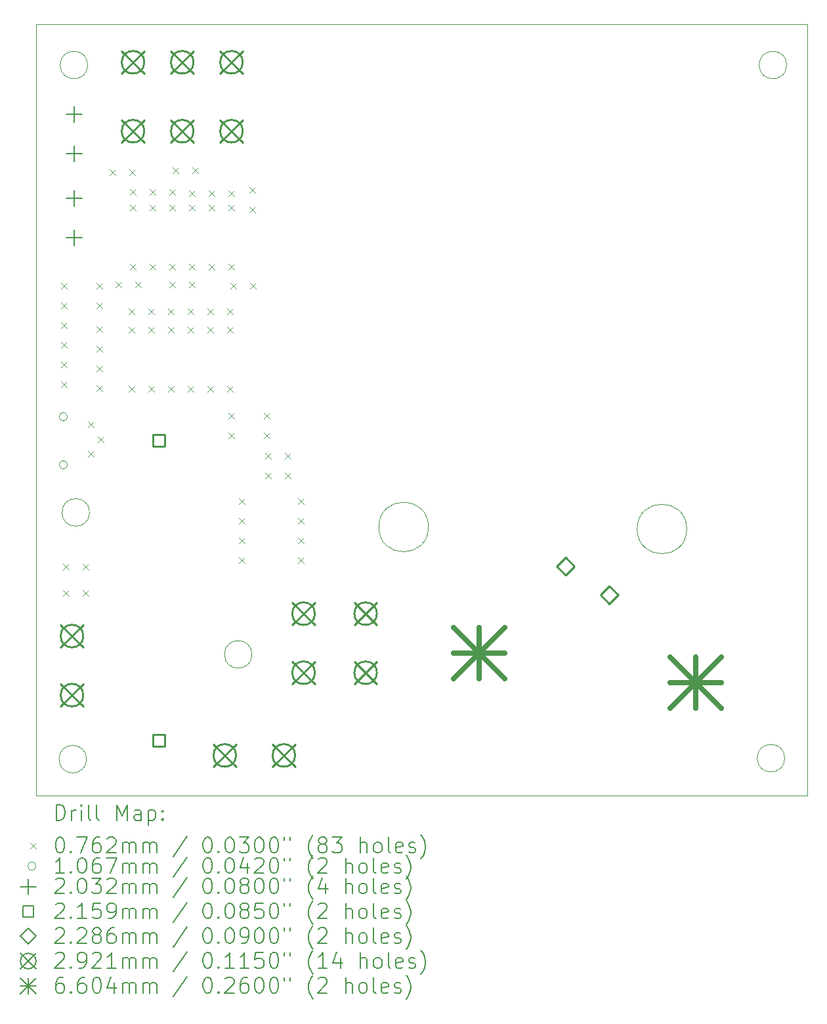
<source format=gbr>
%TF.GenerationSoftware,KiCad,Pcbnew,8.0.6*%
%TF.CreationDate,2025-01-14T13:14:13-07:00*%
%TF.ProjectId,Shutter current limit,53687574-7465-4722-9063-757272656e74,rev?*%
%TF.SameCoordinates,Original*%
%TF.FileFunction,Drillmap*%
%TF.FilePolarity,Positive*%
%FSLAX45Y45*%
G04 Gerber Fmt 4.5, Leading zero omitted, Abs format (unit mm)*
G04 Created by KiCad (PCBNEW 8.0.6) date 2025-01-14 13:14:13*
%MOMM*%
%LPD*%
G01*
G04 APERTURE LIST*
%ADD10C,0.050000*%
%ADD11C,0.200000*%
%ADD12C,0.100000*%
%ADD13C,0.106680*%
%ADD14C,0.203200*%
%ADD15C,0.215900*%
%ADD16C,0.228600*%
%ADD17C,0.292100*%
%ADD18C,0.660400*%
G04 APERTURE END LIST*
D10*
X13934440Y-11226800D02*
G75*
G02*
X13294360Y-11226800I-320040J0D01*
G01*
X13294360Y-11226800D02*
G75*
G02*
X13934440Y-11226800I320040J0D01*
G01*
X6207080Y-5242320D02*
G75*
G02*
X5851480Y-5242320I-177800J0D01*
G01*
X5851480Y-5242320D02*
G75*
G02*
X6207080Y-5242320I177800J0D01*
G01*
X6191840Y-14195820D02*
G75*
G02*
X5836240Y-14195820I-177800J0D01*
G01*
X5836240Y-14195820D02*
G75*
G02*
X6191840Y-14195820I177800J0D01*
G01*
X10601960Y-11201400D02*
G75*
G02*
X9961880Y-11201400I-320040J0D01*
G01*
X9961880Y-11201400D02*
G75*
G02*
X10601960Y-11201400I320040J0D01*
G01*
X15224080Y-5242320D02*
G75*
G02*
X14868480Y-5242320I-177800J0D01*
G01*
X14868480Y-5242320D02*
G75*
G02*
X15224080Y-5242320I177800J0D01*
G01*
X8326265Y-12844780D02*
G75*
G02*
X7970520Y-12844780I-177873J0D01*
G01*
X7970520Y-12844780D02*
G75*
G02*
X8326265Y-12844780I177873J0D01*
G01*
X6230620Y-11013440D02*
G75*
G02*
X5875020Y-11013440I-177800J0D01*
G01*
X5875020Y-11013440D02*
G75*
G02*
X6230620Y-11013440I177800J0D01*
G01*
X5542280Y-4719320D02*
X15492280Y-4719320D01*
X15492280Y-14669320D01*
X5542280Y-14669320D01*
X5542280Y-4719320D01*
X15198680Y-14183120D02*
G75*
G02*
X14843080Y-14183120I-177800J0D01*
G01*
X14843080Y-14183120D02*
G75*
G02*
X15198680Y-14183120I177800J0D01*
G01*
D11*
D12*
X5864180Y-8049020D02*
X5940380Y-8125220D01*
X5940380Y-8049020D02*
X5864180Y-8125220D01*
X5864180Y-8303020D02*
X5940380Y-8379220D01*
X5940380Y-8303020D02*
X5864180Y-8379220D01*
X5864180Y-8557020D02*
X5940380Y-8633220D01*
X5940380Y-8557020D02*
X5864180Y-8633220D01*
X5864180Y-8811020D02*
X5940380Y-8887220D01*
X5940380Y-8811020D02*
X5864180Y-8887220D01*
X5864180Y-9065020D02*
X5940380Y-9141220D01*
X5940380Y-9065020D02*
X5864180Y-9141220D01*
X5864180Y-9319020D02*
X5940380Y-9395220D01*
X5940380Y-9319020D02*
X5864180Y-9395220D01*
X5889580Y-11672820D02*
X5965780Y-11749020D01*
X5965780Y-11672820D02*
X5889580Y-11749020D01*
X5889580Y-12011420D02*
X5965780Y-12087620D01*
X5965780Y-12011420D02*
X5889580Y-12087620D01*
X6143580Y-11672820D02*
X6219780Y-11749020D01*
X6219780Y-11672820D02*
X6143580Y-11749020D01*
X6143580Y-12011420D02*
X6219780Y-12087620D01*
X6219780Y-12011420D02*
X6143580Y-12087620D01*
X6210300Y-9842500D02*
X6286500Y-9918700D01*
X6286500Y-9842500D02*
X6210300Y-9918700D01*
X6210300Y-10223500D02*
X6286500Y-10299700D01*
X6286500Y-10223500D02*
X6210300Y-10299700D01*
X6321380Y-8049020D02*
X6397580Y-8125220D01*
X6397580Y-8049020D02*
X6321380Y-8125220D01*
X6321380Y-8303020D02*
X6397580Y-8379220D01*
X6397580Y-8303020D02*
X6321380Y-8379220D01*
X6321380Y-8607820D02*
X6397580Y-8684020D01*
X6397580Y-8607820D02*
X6321380Y-8684020D01*
X6321380Y-8861820D02*
X6397580Y-8938020D01*
X6397580Y-8861820D02*
X6321380Y-8938020D01*
X6321380Y-9115820D02*
X6397580Y-9192020D01*
X6397580Y-9115820D02*
X6321380Y-9192020D01*
X6321380Y-9369820D02*
X6397580Y-9446020D01*
X6397580Y-9369820D02*
X6321380Y-9446020D01*
X6337300Y-10033000D02*
X6413500Y-10109200D01*
X6413500Y-10033000D02*
X6337300Y-10109200D01*
X6489700Y-6591300D02*
X6565900Y-6667500D01*
X6565900Y-6591300D02*
X6489700Y-6667500D01*
X6562050Y-8039100D02*
X6638250Y-8115300D01*
X6638250Y-8039100D02*
X6562050Y-8115300D01*
X6733540Y-8379220D02*
X6809740Y-8455420D01*
X6809740Y-8379220D02*
X6733540Y-8455420D01*
X6733540Y-8620520D02*
X6809740Y-8696720D01*
X6809740Y-8620520D02*
X6733540Y-8696720D01*
X6733540Y-9382520D02*
X6809740Y-9458720D01*
X6809740Y-9382520D02*
X6733540Y-9458720D01*
X6743700Y-6591300D02*
X6819900Y-6667500D01*
X6819900Y-6591300D02*
X6743700Y-6667500D01*
X6753180Y-6842433D02*
X6829380Y-6918633D01*
X6829380Y-6842433D02*
X6753180Y-6918633D01*
X6753180Y-7045720D02*
X6829380Y-7121920D01*
X6829380Y-7045720D02*
X6753180Y-7121920D01*
X6753180Y-7807720D02*
X6829380Y-7883920D01*
X6829380Y-7807720D02*
X6753180Y-7883920D01*
X6816050Y-8039100D02*
X6892250Y-8115300D01*
X6892250Y-8039100D02*
X6816050Y-8115300D01*
X6987540Y-8379220D02*
X7063740Y-8455420D01*
X7063740Y-8379220D02*
X6987540Y-8455420D01*
X6987540Y-8620520D02*
X7063740Y-8696720D01*
X7063740Y-8620520D02*
X6987540Y-8696720D01*
X6987540Y-9382520D02*
X7063740Y-9458720D01*
X7063740Y-9382520D02*
X6987540Y-9458720D01*
X7007180Y-6842433D02*
X7083380Y-6918633D01*
X7083380Y-6842433D02*
X7007180Y-6918633D01*
X7007180Y-7045720D02*
X7083380Y-7121920D01*
X7083380Y-7045720D02*
X7007180Y-7121920D01*
X7007180Y-7807720D02*
X7083380Y-7883920D01*
X7083380Y-7807720D02*
X7007180Y-7883920D01*
X7241540Y-8379220D02*
X7317740Y-8455420D01*
X7317740Y-8379220D02*
X7241540Y-8455420D01*
X7241540Y-8620520D02*
X7317740Y-8696720D01*
X7317740Y-8620520D02*
X7241540Y-8696720D01*
X7241540Y-9382520D02*
X7317740Y-9458720D01*
X7317740Y-9382520D02*
X7241540Y-9458720D01*
X7260550Y-8039100D02*
X7336750Y-8115300D01*
X7336750Y-8039100D02*
X7260550Y-8115300D01*
X7261180Y-6842433D02*
X7337380Y-6918633D01*
X7337380Y-6842433D02*
X7261180Y-6918633D01*
X7261180Y-7045720D02*
X7337380Y-7121920D01*
X7337380Y-7045720D02*
X7261180Y-7121920D01*
X7261180Y-7807720D02*
X7337380Y-7883920D01*
X7337380Y-7807720D02*
X7261180Y-7883920D01*
X7298650Y-6563360D02*
X7374850Y-6639560D01*
X7374850Y-6563360D02*
X7298650Y-6639560D01*
X7495540Y-8379220D02*
X7571740Y-8455420D01*
X7571740Y-8379220D02*
X7495540Y-8455420D01*
X7495540Y-8620520D02*
X7571740Y-8696720D01*
X7571740Y-8620520D02*
X7495540Y-8696720D01*
X7495540Y-9382520D02*
X7571740Y-9458720D01*
X7571740Y-9382520D02*
X7495540Y-9458720D01*
X7514550Y-8039100D02*
X7590750Y-8115300D01*
X7590750Y-8039100D02*
X7514550Y-8115300D01*
X7515180Y-6855220D02*
X7591380Y-6931420D01*
X7591380Y-6855220D02*
X7515180Y-6931420D01*
X7515180Y-7045720D02*
X7591380Y-7121920D01*
X7591380Y-7045720D02*
X7515180Y-7121920D01*
X7515180Y-7807720D02*
X7591380Y-7883920D01*
X7591380Y-7807720D02*
X7515180Y-7883920D01*
X7552650Y-6563360D02*
X7628850Y-6639560D01*
X7628850Y-6563360D02*
X7552650Y-6639560D01*
X7749540Y-8379220D02*
X7825740Y-8455420D01*
X7825740Y-8379220D02*
X7749540Y-8455420D01*
X7749540Y-8620520D02*
X7825740Y-8696720D01*
X7825740Y-8620520D02*
X7749540Y-8696720D01*
X7749540Y-9382520D02*
X7825740Y-9458720D01*
X7825740Y-9382520D02*
X7749540Y-9458720D01*
X7769180Y-6855220D02*
X7845380Y-6931420D01*
X7845380Y-6855220D02*
X7769180Y-6931420D01*
X7769180Y-7045720D02*
X7845380Y-7121920D01*
X7845380Y-7045720D02*
X7769180Y-7121920D01*
X7769180Y-7807720D02*
X7845380Y-7883920D01*
X7845380Y-7807720D02*
X7769180Y-7883920D01*
X8003540Y-8379220D02*
X8079740Y-8455420D01*
X8079740Y-8379220D02*
X8003540Y-8455420D01*
X8003540Y-8620520D02*
X8079740Y-8696720D01*
X8079740Y-8620520D02*
X8003540Y-8696720D01*
X8003540Y-9382520D02*
X8079740Y-9458720D01*
X8079740Y-9382520D02*
X8003540Y-9458720D01*
X8023180Y-6855220D02*
X8099380Y-6931420D01*
X8099380Y-6855220D02*
X8023180Y-6931420D01*
X8023180Y-7045720D02*
X8099380Y-7121920D01*
X8099380Y-7045720D02*
X8023180Y-7121920D01*
X8023180Y-7807720D02*
X8099380Y-7883920D01*
X8099380Y-7807720D02*
X8023180Y-7883920D01*
X8023180Y-9725420D02*
X8099380Y-9801620D01*
X8099380Y-9725420D02*
X8023180Y-9801620D01*
X8023180Y-9979420D02*
X8099380Y-10055620D01*
X8099380Y-9979420D02*
X8023180Y-10055620D01*
X8048580Y-8049020D02*
X8124780Y-8125220D01*
X8124780Y-8049020D02*
X8048580Y-8125220D01*
X8153400Y-10833100D02*
X8229600Y-10909300D01*
X8229600Y-10833100D02*
X8153400Y-10909300D01*
X8153400Y-11087100D02*
X8229600Y-11163300D01*
X8229600Y-11087100D02*
X8153400Y-11163300D01*
X8153400Y-11341100D02*
X8229600Y-11417300D01*
X8229600Y-11341100D02*
X8153400Y-11417300D01*
X8153400Y-11595100D02*
X8229600Y-11671300D01*
X8229600Y-11595100D02*
X8153400Y-11671300D01*
X8293100Y-6819900D02*
X8369300Y-6896100D01*
X8369300Y-6819900D02*
X8293100Y-6896100D01*
X8293100Y-7073900D02*
X8369300Y-7150100D01*
X8369300Y-7073900D02*
X8293100Y-7150100D01*
X8302580Y-8049020D02*
X8378780Y-8125220D01*
X8378780Y-8049020D02*
X8302580Y-8125220D01*
X8480380Y-9725420D02*
X8556580Y-9801620D01*
X8556580Y-9725420D02*
X8480380Y-9801620D01*
X8480380Y-9979420D02*
X8556580Y-10055620D01*
X8556580Y-9979420D02*
X8480380Y-10055620D01*
X8496300Y-10248900D02*
X8572500Y-10325100D01*
X8572500Y-10248900D02*
X8496300Y-10325100D01*
X8496300Y-10502900D02*
X8572500Y-10579100D01*
X8572500Y-10502900D02*
X8496300Y-10579100D01*
X8750300Y-10248900D02*
X8826500Y-10325100D01*
X8826500Y-10248900D02*
X8750300Y-10325100D01*
X8750300Y-10502900D02*
X8826500Y-10579100D01*
X8826500Y-10502900D02*
X8750300Y-10579100D01*
X8915400Y-10833100D02*
X8991600Y-10909300D01*
X8991600Y-10833100D02*
X8915400Y-10909300D01*
X8915400Y-11087100D02*
X8991600Y-11163300D01*
X8991600Y-11087100D02*
X8915400Y-11163300D01*
X8915400Y-11341100D02*
X8991600Y-11417300D01*
X8991600Y-11341100D02*
X8915400Y-11417300D01*
X8915400Y-11595100D02*
X8991600Y-11671300D01*
X8991600Y-11595100D02*
X8915400Y-11671300D01*
D13*
X5946140Y-9779000D02*
G75*
G02*
X5839460Y-9779000I-53340J0D01*
G01*
X5839460Y-9779000D02*
G75*
G02*
X5946140Y-9779000I53340J0D01*
G01*
X5946140Y-10399700D02*
G75*
G02*
X5839460Y-10399700I-53340J0D01*
G01*
X5839460Y-10399700D02*
G75*
G02*
X5946140Y-10399700I53340J0D01*
G01*
D14*
X6029280Y-5775720D02*
X6029280Y-5978920D01*
X5927680Y-5877320D02*
X6130880Y-5877320D01*
X6029280Y-6283720D02*
X6029280Y-6486920D01*
X5927680Y-6385320D02*
X6130880Y-6385320D01*
X6029280Y-6855220D02*
X6029280Y-7058420D01*
X5927680Y-6956820D02*
X6130880Y-6956820D01*
X6029280Y-7363220D02*
X6029280Y-7566420D01*
X5927680Y-7464820D02*
X6130880Y-7464820D01*
D15*
X7198493Y-10160133D02*
X7198493Y-10007467D01*
X7045827Y-10007467D01*
X7045827Y-10160133D01*
X7198493Y-10160133D01*
X7198493Y-14033633D02*
X7198493Y-13880967D01*
X7045827Y-13880967D01*
X7045827Y-14033633D01*
X7198493Y-14033633D01*
D16*
X12369800Y-11823700D02*
X12484100Y-11709400D01*
X12369800Y-11595100D01*
X12255500Y-11709400D01*
X12369800Y-11823700D01*
X12934950Y-12192000D02*
X13049250Y-12077700D01*
X12934950Y-11963400D01*
X12820650Y-12077700D01*
X12934950Y-12192000D01*
D17*
X5857830Y-12462270D02*
X6149930Y-12754370D01*
X6149930Y-12462270D02*
X5857830Y-12754370D01*
X6149930Y-12608320D02*
G75*
G02*
X5857830Y-12608320I-146050J0D01*
G01*
X5857830Y-12608320D02*
G75*
G02*
X6149930Y-12608320I146050J0D01*
G01*
X5857830Y-13224270D02*
X6149930Y-13516370D01*
X6149930Y-13224270D02*
X5857830Y-13516370D01*
X6149930Y-13370320D02*
G75*
G02*
X5857830Y-13370320I-146050J0D01*
G01*
X5857830Y-13370320D02*
G75*
G02*
X6149930Y-13370320I146050J0D01*
G01*
X6645230Y-5061390D02*
X6937330Y-5353490D01*
X6937330Y-5061390D02*
X6645230Y-5353490D01*
X6937330Y-5207440D02*
G75*
G02*
X6645230Y-5207440I-146050J0D01*
G01*
X6645230Y-5207440D02*
G75*
G02*
X6937330Y-5207440I146050J0D01*
G01*
X6645230Y-5949950D02*
X6937330Y-6242050D01*
X6937330Y-5949950D02*
X6645230Y-6242050D01*
X6937330Y-6096000D02*
G75*
G02*
X6645230Y-6096000I-146050J0D01*
G01*
X6645230Y-6096000D02*
G75*
G02*
X6937330Y-6096000I146050J0D01*
G01*
X7280230Y-5061390D02*
X7572330Y-5353490D01*
X7572330Y-5061390D02*
X7280230Y-5353490D01*
X7572330Y-5207440D02*
G75*
G02*
X7280230Y-5207440I-146050J0D01*
G01*
X7280230Y-5207440D02*
G75*
G02*
X7572330Y-5207440I146050J0D01*
G01*
X7280230Y-5949950D02*
X7572330Y-6242050D01*
X7572330Y-5949950D02*
X7280230Y-6242050D01*
X7572330Y-6096000D02*
G75*
G02*
X7280230Y-6096000I-146050J0D01*
G01*
X7280230Y-6096000D02*
G75*
G02*
X7572330Y-6096000I146050J0D01*
G01*
X7828950Y-14001750D02*
X8121050Y-14293850D01*
X8121050Y-14001750D02*
X7828950Y-14293850D01*
X8121050Y-14147800D02*
G75*
G02*
X7828950Y-14147800I-146050J0D01*
G01*
X7828950Y-14147800D02*
G75*
G02*
X8121050Y-14147800I146050J0D01*
G01*
X7915230Y-5061390D02*
X8207330Y-5353490D01*
X8207330Y-5061390D02*
X7915230Y-5353490D01*
X8207330Y-5207440D02*
G75*
G02*
X7915230Y-5207440I-146050J0D01*
G01*
X7915230Y-5207440D02*
G75*
G02*
X8207330Y-5207440I146050J0D01*
G01*
X7915230Y-5949950D02*
X8207330Y-6242050D01*
X8207330Y-5949950D02*
X7915230Y-6242050D01*
X8207330Y-6096000D02*
G75*
G02*
X7915230Y-6096000I-146050J0D01*
G01*
X7915230Y-6096000D02*
G75*
G02*
X8207330Y-6096000I146050J0D01*
G01*
X8590950Y-14001750D02*
X8883050Y-14293850D01*
X8883050Y-14001750D02*
X8590950Y-14293850D01*
X8883050Y-14147800D02*
G75*
G02*
X8590950Y-14147800I-146050J0D01*
G01*
X8590950Y-14147800D02*
G75*
G02*
X8883050Y-14147800I146050J0D01*
G01*
X8845550Y-12172950D02*
X9137650Y-12465050D01*
X9137650Y-12172950D02*
X8845550Y-12465050D01*
X9137650Y-12319000D02*
G75*
G02*
X8845550Y-12319000I-146050J0D01*
G01*
X8845550Y-12319000D02*
G75*
G02*
X9137650Y-12319000I146050J0D01*
G01*
X8845550Y-12934950D02*
X9137650Y-13227050D01*
X9137650Y-12934950D02*
X8845550Y-13227050D01*
X9137650Y-13081000D02*
G75*
G02*
X8845550Y-13081000I-146050J0D01*
G01*
X8845550Y-13081000D02*
G75*
G02*
X9137650Y-13081000I146050J0D01*
G01*
X9645650Y-12172950D02*
X9937750Y-12465050D01*
X9937750Y-12172950D02*
X9645650Y-12465050D01*
X9937750Y-12319000D02*
G75*
G02*
X9645650Y-12319000I-146050J0D01*
G01*
X9645650Y-12319000D02*
G75*
G02*
X9937750Y-12319000I146050J0D01*
G01*
X9645650Y-12934950D02*
X9937750Y-13227050D01*
X9937750Y-12934950D02*
X9645650Y-13227050D01*
X9937750Y-13081000D02*
G75*
G02*
X9645650Y-13081000I-146050J0D01*
G01*
X9645650Y-13081000D02*
G75*
G02*
X9937750Y-13081000I146050J0D01*
G01*
D18*
X10922000Y-12496800D02*
X11582400Y-13157200D01*
X11582400Y-12496800D02*
X10922000Y-13157200D01*
X11252200Y-12496800D02*
X11252200Y-13157200D01*
X10922000Y-12827000D02*
X11582400Y-12827000D01*
X13722350Y-12875260D02*
X14382750Y-13535660D01*
X14382750Y-12875260D02*
X13722350Y-13535660D01*
X14052550Y-12875260D02*
X14052550Y-13535660D01*
X13722350Y-13205460D02*
X14382750Y-13205460D01*
D11*
X5800557Y-14983304D02*
X5800557Y-14783304D01*
X5800557Y-14783304D02*
X5848176Y-14783304D01*
X5848176Y-14783304D02*
X5876747Y-14792828D01*
X5876747Y-14792828D02*
X5895795Y-14811875D01*
X5895795Y-14811875D02*
X5905319Y-14830923D01*
X5905319Y-14830923D02*
X5914842Y-14869018D01*
X5914842Y-14869018D02*
X5914842Y-14897589D01*
X5914842Y-14897589D02*
X5905319Y-14935685D01*
X5905319Y-14935685D02*
X5895795Y-14954732D01*
X5895795Y-14954732D02*
X5876747Y-14973780D01*
X5876747Y-14973780D02*
X5848176Y-14983304D01*
X5848176Y-14983304D02*
X5800557Y-14983304D01*
X6000557Y-14983304D02*
X6000557Y-14849970D01*
X6000557Y-14888066D02*
X6010081Y-14869018D01*
X6010081Y-14869018D02*
X6019604Y-14859494D01*
X6019604Y-14859494D02*
X6038652Y-14849970D01*
X6038652Y-14849970D02*
X6057700Y-14849970D01*
X6124366Y-14983304D02*
X6124366Y-14849970D01*
X6124366Y-14783304D02*
X6114842Y-14792828D01*
X6114842Y-14792828D02*
X6124366Y-14802351D01*
X6124366Y-14802351D02*
X6133890Y-14792828D01*
X6133890Y-14792828D02*
X6124366Y-14783304D01*
X6124366Y-14783304D02*
X6124366Y-14802351D01*
X6248176Y-14983304D02*
X6229128Y-14973780D01*
X6229128Y-14973780D02*
X6219604Y-14954732D01*
X6219604Y-14954732D02*
X6219604Y-14783304D01*
X6352938Y-14983304D02*
X6333890Y-14973780D01*
X6333890Y-14973780D02*
X6324366Y-14954732D01*
X6324366Y-14954732D02*
X6324366Y-14783304D01*
X6581509Y-14983304D02*
X6581509Y-14783304D01*
X6581509Y-14783304D02*
X6648176Y-14926161D01*
X6648176Y-14926161D02*
X6714842Y-14783304D01*
X6714842Y-14783304D02*
X6714842Y-14983304D01*
X6895795Y-14983304D02*
X6895795Y-14878542D01*
X6895795Y-14878542D02*
X6886271Y-14859494D01*
X6886271Y-14859494D02*
X6867223Y-14849970D01*
X6867223Y-14849970D02*
X6829128Y-14849970D01*
X6829128Y-14849970D02*
X6810081Y-14859494D01*
X6895795Y-14973780D02*
X6876747Y-14983304D01*
X6876747Y-14983304D02*
X6829128Y-14983304D01*
X6829128Y-14983304D02*
X6810081Y-14973780D01*
X6810081Y-14973780D02*
X6800557Y-14954732D01*
X6800557Y-14954732D02*
X6800557Y-14935685D01*
X6800557Y-14935685D02*
X6810081Y-14916637D01*
X6810081Y-14916637D02*
X6829128Y-14907113D01*
X6829128Y-14907113D02*
X6876747Y-14907113D01*
X6876747Y-14907113D02*
X6895795Y-14897589D01*
X6991033Y-14849970D02*
X6991033Y-15049970D01*
X6991033Y-14859494D02*
X7010081Y-14849970D01*
X7010081Y-14849970D02*
X7048176Y-14849970D01*
X7048176Y-14849970D02*
X7067223Y-14859494D01*
X7067223Y-14859494D02*
X7076747Y-14869018D01*
X7076747Y-14869018D02*
X7086271Y-14888066D01*
X7086271Y-14888066D02*
X7086271Y-14945208D01*
X7086271Y-14945208D02*
X7076747Y-14964256D01*
X7076747Y-14964256D02*
X7067223Y-14973780D01*
X7067223Y-14973780D02*
X7048176Y-14983304D01*
X7048176Y-14983304D02*
X7010081Y-14983304D01*
X7010081Y-14983304D02*
X6991033Y-14973780D01*
X7171985Y-14964256D02*
X7181509Y-14973780D01*
X7181509Y-14973780D02*
X7171985Y-14983304D01*
X7171985Y-14983304D02*
X7162462Y-14973780D01*
X7162462Y-14973780D02*
X7171985Y-14964256D01*
X7171985Y-14964256D02*
X7171985Y-14983304D01*
X7171985Y-14859494D02*
X7181509Y-14869018D01*
X7181509Y-14869018D02*
X7171985Y-14878542D01*
X7171985Y-14878542D02*
X7162462Y-14869018D01*
X7162462Y-14869018D02*
X7171985Y-14859494D01*
X7171985Y-14859494D02*
X7171985Y-14878542D01*
D12*
X5463580Y-15273720D02*
X5539780Y-15349920D01*
X5539780Y-15273720D02*
X5463580Y-15349920D01*
D11*
X5838652Y-15203304D02*
X5857700Y-15203304D01*
X5857700Y-15203304D02*
X5876747Y-15212828D01*
X5876747Y-15212828D02*
X5886271Y-15222351D01*
X5886271Y-15222351D02*
X5895795Y-15241399D01*
X5895795Y-15241399D02*
X5905319Y-15279494D01*
X5905319Y-15279494D02*
X5905319Y-15327113D01*
X5905319Y-15327113D02*
X5895795Y-15365208D01*
X5895795Y-15365208D02*
X5886271Y-15384256D01*
X5886271Y-15384256D02*
X5876747Y-15393780D01*
X5876747Y-15393780D02*
X5857700Y-15403304D01*
X5857700Y-15403304D02*
X5838652Y-15403304D01*
X5838652Y-15403304D02*
X5819604Y-15393780D01*
X5819604Y-15393780D02*
X5810081Y-15384256D01*
X5810081Y-15384256D02*
X5800557Y-15365208D01*
X5800557Y-15365208D02*
X5791033Y-15327113D01*
X5791033Y-15327113D02*
X5791033Y-15279494D01*
X5791033Y-15279494D02*
X5800557Y-15241399D01*
X5800557Y-15241399D02*
X5810081Y-15222351D01*
X5810081Y-15222351D02*
X5819604Y-15212828D01*
X5819604Y-15212828D02*
X5838652Y-15203304D01*
X5991033Y-15384256D02*
X6000557Y-15393780D01*
X6000557Y-15393780D02*
X5991033Y-15403304D01*
X5991033Y-15403304D02*
X5981509Y-15393780D01*
X5981509Y-15393780D02*
X5991033Y-15384256D01*
X5991033Y-15384256D02*
X5991033Y-15403304D01*
X6067223Y-15203304D02*
X6200557Y-15203304D01*
X6200557Y-15203304D02*
X6114842Y-15403304D01*
X6362462Y-15203304D02*
X6324366Y-15203304D01*
X6324366Y-15203304D02*
X6305319Y-15212828D01*
X6305319Y-15212828D02*
X6295795Y-15222351D01*
X6295795Y-15222351D02*
X6276747Y-15250923D01*
X6276747Y-15250923D02*
X6267223Y-15289018D01*
X6267223Y-15289018D02*
X6267223Y-15365208D01*
X6267223Y-15365208D02*
X6276747Y-15384256D01*
X6276747Y-15384256D02*
X6286271Y-15393780D01*
X6286271Y-15393780D02*
X6305319Y-15403304D01*
X6305319Y-15403304D02*
X6343414Y-15403304D01*
X6343414Y-15403304D02*
X6362462Y-15393780D01*
X6362462Y-15393780D02*
X6371985Y-15384256D01*
X6371985Y-15384256D02*
X6381509Y-15365208D01*
X6381509Y-15365208D02*
X6381509Y-15317589D01*
X6381509Y-15317589D02*
X6371985Y-15298542D01*
X6371985Y-15298542D02*
X6362462Y-15289018D01*
X6362462Y-15289018D02*
X6343414Y-15279494D01*
X6343414Y-15279494D02*
X6305319Y-15279494D01*
X6305319Y-15279494D02*
X6286271Y-15289018D01*
X6286271Y-15289018D02*
X6276747Y-15298542D01*
X6276747Y-15298542D02*
X6267223Y-15317589D01*
X6457700Y-15222351D02*
X6467223Y-15212828D01*
X6467223Y-15212828D02*
X6486271Y-15203304D01*
X6486271Y-15203304D02*
X6533890Y-15203304D01*
X6533890Y-15203304D02*
X6552938Y-15212828D01*
X6552938Y-15212828D02*
X6562462Y-15222351D01*
X6562462Y-15222351D02*
X6571985Y-15241399D01*
X6571985Y-15241399D02*
X6571985Y-15260447D01*
X6571985Y-15260447D02*
X6562462Y-15289018D01*
X6562462Y-15289018D02*
X6448176Y-15403304D01*
X6448176Y-15403304D02*
X6571985Y-15403304D01*
X6657700Y-15403304D02*
X6657700Y-15269970D01*
X6657700Y-15289018D02*
X6667223Y-15279494D01*
X6667223Y-15279494D02*
X6686271Y-15269970D01*
X6686271Y-15269970D02*
X6714843Y-15269970D01*
X6714843Y-15269970D02*
X6733890Y-15279494D01*
X6733890Y-15279494D02*
X6743414Y-15298542D01*
X6743414Y-15298542D02*
X6743414Y-15403304D01*
X6743414Y-15298542D02*
X6752938Y-15279494D01*
X6752938Y-15279494D02*
X6771985Y-15269970D01*
X6771985Y-15269970D02*
X6800557Y-15269970D01*
X6800557Y-15269970D02*
X6819604Y-15279494D01*
X6819604Y-15279494D02*
X6829128Y-15298542D01*
X6829128Y-15298542D02*
X6829128Y-15403304D01*
X6924366Y-15403304D02*
X6924366Y-15269970D01*
X6924366Y-15289018D02*
X6933890Y-15279494D01*
X6933890Y-15279494D02*
X6952938Y-15269970D01*
X6952938Y-15269970D02*
X6981509Y-15269970D01*
X6981509Y-15269970D02*
X7000557Y-15279494D01*
X7000557Y-15279494D02*
X7010081Y-15298542D01*
X7010081Y-15298542D02*
X7010081Y-15403304D01*
X7010081Y-15298542D02*
X7019604Y-15279494D01*
X7019604Y-15279494D02*
X7038652Y-15269970D01*
X7038652Y-15269970D02*
X7067223Y-15269970D01*
X7067223Y-15269970D02*
X7086271Y-15279494D01*
X7086271Y-15279494D02*
X7095795Y-15298542D01*
X7095795Y-15298542D02*
X7095795Y-15403304D01*
X7486271Y-15193780D02*
X7314843Y-15450923D01*
X7743414Y-15203304D02*
X7762462Y-15203304D01*
X7762462Y-15203304D02*
X7781509Y-15212828D01*
X7781509Y-15212828D02*
X7791033Y-15222351D01*
X7791033Y-15222351D02*
X7800557Y-15241399D01*
X7800557Y-15241399D02*
X7810081Y-15279494D01*
X7810081Y-15279494D02*
X7810081Y-15327113D01*
X7810081Y-15327113D02*
X7800557Y-15365208D01*
X7800557Y-15365208D02*
X7791033Y-15384256D01*
X7791033Y-15384256D02*
X7781509Y-15393780D01*
X7781509Y-15393780D02*
X7762462Y-15403304D01*
X7762462Y-15403304D02*
X7743414Y-15403304D01*
X7743414Y-15403304D02*
X7724366Y-15393780D01*
X7724366Y-15393780D02*
X7714843Y-15384256D01*
X7714843Y-15384256D02*
X7705319Y-15365208D01*
X7705319Y-15365208D02*
X7695795Y-15327113D01*
X7695795Y-15327113D02*
X7695795Y-15279494D01*
X7695795Y-15279494D02*
X7705319Y-15241399D01*
X7705319Y-15241399D02*
X7714843Y-15222351D01*
X7714843Y-15222351D02*
X7724366Y-15212828D01*
X7724366Y-15212828D02*
X7743414Y-15203304D01*
X7895795Y-15384256D02*
X7905319Y-15393780D01*
X7905319Y-15393780D02*
X7895795Y-15403304D01*
X7895795Y-15403304D02*
X7886271Y-15393780D01*
X7886271Y-15393780D02*
X7895795Y-15384256D01*
X7895795Y-15384256D02*
X7895795Y-15403304D01*
X8029128Y-15203304D02*
X8048176Y-15203304D01*
X8048176Y-15203304D02*
X8067224Y-15212828D01*
X8067224Y-15212828D02*
X8076747Y-15222351D01*
X8076747Y-15222351D02*
X8086271Y-15241399D01*
X8086271Y-15241399D02*
X8095795Y-15279494D01*
X8095795Y-15279494D02*
X8095795Y-15327113D01*
X8095795Y-15327113D02*
X8086271Y-15365208D01*
X8086271Y-15365208D02*
X8076747Y-15384256D01*
X8076747Y-15384256D02*
X8067224Y-15393780D01*
X8067224Y-15393780D02*
X8048176Y-15403304D01*
X8048176Y-15403304D02*
X8029128Y-15403304D01*
X8029128Y-15403304D02*
X8010081Y-15393780D01*
X8010081Y-15393780D02*
X8000557Y-15384256D01*
X8000557Y-15384256D02*
X7991033Y-15365208D01*
X7991033Y-15365208D02*
X7981509Y-15327113D01*
X7981509Y-15327113D02*
X7981509Y-15279494D01*
X7981509Y-15279494D02*
X7991033Y-15241399D01*
X7991033Y-15241399D02*
X8000557Y-15222351D01*
X8000557Y-15222351D02*
X8010081Y-15212828D01*
X8010081Y-15212828D02*
X8029128Y-15203304D01*
X8162462Y-15203304D02*
X8286271Y-15203304D01*
X8286271Y-15203304D02*
X8219605Y-15279494D01*
X8219605Y-15279494D02*
X8248176Y-15279494D01*
X8248176Y-15279494D02*
X8267224Y-15289018D01*
X8267224Y-15289018D02*
X8276747Y-15298542D01*
X8276747Y-15298542D02*
X8286271Y-15317589D01*
X8286271Y-15317589D02*
X8286271Y-15365208D01*
X8286271Y-15365208D02*
X8276747Y-15384256D01*
X8276747Y-15384256D02*
X8267224Y-15393780D01*
X8267224Y-15393780D02*
X8248176Y-15403304D01*
X8248176Y-15403304D02*
X8191033Y-15403304D01*
X8191033Y-15403304D02*
X8171986Y-15393780D01*
X8171986Y-15393780D02*
X8162462Y-15384256D01*
X8410081Y-15203304D02*
X8429129Y-15203304D01*
X8429129Y-15203304D02*
X8448176Y-15212828D01*
X8448176Y-15212828D02*
X8457700Y-15222351D01*
X8457700Y-15222351D02*
X8467224Y-15241399D01*
X8467224Y-15241399D02*
X8476748Y-15279494D01*
X8476748Y-15279494D02*
X8476748Y-15327113D01*
X8476748Y-15327113D02*
X8467224Y-15365208D01*
X8467224Y-15365208D02*
X8457700Y-15384256D01*
X8457700Y-15384256D02*
X8448176Y-15393780D01*
X8448176Y-15393780D02*
X8429129Y-15403304D01*
X8429129Y-15403304D02*
X8410081Y-15403304D01*
X8410081Y-15403304D02*
X8391033Y-15393780D01*
X8391033Y-15393780D02*
X8381509Y-15384256D01*
X8381509Y-15384256D02*
X8371986Y-15365208D01*
X8371986Y-15365208D02*
X8362462Y-15327113D01*
X8362462Y-15327113D02*
X8362462Y-15279494D01*
X8362462Y-15279494D02*
X8371986Y-15241399D01*
X8371986Y-15241399D02*
X8381509Y-15222351D01*
X8381509Y-15222351D02*
X8391033Y-15212828D01*
X8391033Y-15212828D02*
X8410081Y-15203304D01*
X8600557Y-15203304D02*
X8619605Y-15203304D01*
X8619605Y-15203304D02*
X8638652Y-15212828D01*
X8638652Y-15212828D02*
X8648176Y-15222351D01*
X8648176Y-15222351D02*
X8657700Y-15241399D01*
X8657700Y-15241399D02*
X8667224Y-15279494D01*
X8667224Y-15279494D02*
X8667224Y-15327113D01*
X8667224Y-15327113D02*
X8657700Y-15365208D01*
X8657700Y-15365208D02*
X8648176Y-15384256D01*
X8648176Y-15384256D02*
X8638652Y-15393780D01*
X8638652Y-15393780D02*
X8619605Y-15403304D01*
X8619605Y-15403304D02*
X8600557Y-15403304D01*
X8600557Y-15403304D02*
X8581509Y-15393780D01*
X8581509Y-15393780D02*
X8571986Y-15384256D01*
X8571986Y-15384256D02*
X8562462Y-15365208D01*
X8562462Y-15365208D02*
X8552938Y-15327113D01*
X8552938Y-15327113D02*
X8552938Y-15279494D01*
X8552938Y-15279494D02*
X8562462Y-15241399D01*
X8562462Y-15241399D02*
X8571986Y-15222351D01*
X8571986Y-15222351D02*
X8581509Y-15212828D01*
X8581509Y-15212828D02*
X8600557Y-15203304D01*
X8743414Y-15203304D02*
X8743414Y-15241399D01*
X8819605Y-15203304D02*
X8819605Y-15241399D01*
X9114843Y-15479494D02*
X9105319Y-15469970D01*
X9105319Y-15469970D02*
X9086271Y-15441399D01*
X9086271Y-15441399D02*
X9076748Y-15422351D01*
X9076748Y-15422351D02*
X9067224Y-15393780D01*
X9067224Y-15393780D02*
X9057700Y-15346161D01*
X9057700Y-15346161D02*
X9057700Y-15308066D01*
X9057700Y-15308066D02*
X9067224Y-15260447D01*
X9067224Y-15260447D02*
X9076748Y-15231875D01*
X9076748Y-15231875D02*
X9086271Y-15212828D01*
X9086271Y-15212828D02*
X9105319Y-15184256D01*
X9105319Y-15184256D02*
X9114843Y-15174732D01*
X9219605Y-15289018D02*
X9200557Y-15279494D01*
X9200557Y-15279494D02*
X9191033Y-15269970D01*
X9191033Y-15269970D02*
X9181510Y-15250923D01*
X9181510Y-15250923D02*
X9181510Y-15241399D01*
X9181510Y-15241399D02*
X9191033Y-15222351D01*
X9191033Y-15222351D02*
X9200557Y-15212828D01*
X9200557Y-15212828D02*
X9219605Y-15203304D01*
X9219605Y-15203304D02*
X9257700Y-15203304D01*
X9257700Y-15203304D02*
X9276748Y-15212828D01*
X9276748Y-15212828D02*
X9286271Y-15222351D01*
X9286271Y-15222351D02*
X9295795Y-15241399D01*
X9295795Y-15241399D02*
X9295795Y-15250923D01*
X9295795Y-15250923D02*
X9286271Y-15269970D01*
X9286271Y-15269970D02*
X9276748Y-15279494D01*
X9276748Y-15279494D02*
X9257700Y-15289018D01*
X9257700Y-15289018D02*
X9219605Y-15289018D01*
X9219605Y-15289018D02*
X9200557Y-15298542D01*
X9200557Y-15298542D02*
X9191033Y-15308066D01*
X9191033Y-15308066D02*
X9181510Y-15327113D01*
X9181510Y-15327113D02*
X9181510Y-15365208D01*
X9181510Y-15365208D02*
X9191033Y-15384256D01*
X9191033Y-15384256D02*
X9200557Y-15393780D01*
X9200557Y-15393780D02*
X9219605Y-15403304D01*
X9219605Y-15403304D02*
X9257700Y-15403304D01*
X9257700Y-15403304D02*
X9276748Y-15393780D01*
X9276748Y-15393780D02*
X9286271Y-15384256D01*
X9286271Y-15384256D02*
X9295795Y-15365208D01*
X9295795Y-15365208D02*
X9295795Y-15327113D01*
X9295795Y-15327113D02*
X9286271Y-15308066D01*
X9286271Y-15308066D02*
X9276748Y-15298542D01*
X9276748Y-15298542D02*
X9257700Y-15289018D01*
X9362462Y-15203304D02*
X9486271Y-15203304D01*
X9486271Y-15203304D02*
X9419605Y-15279494D01*
X9419605Y-15279494D02*
X9448176Y-15279494D01*
X9448176Y-15279494D02*
X9467224Y-15289018D01*
X9467224Y-15289018D02*
X9476748Y-15298542D01*
X9476748Y-15298542D02*
X9486271Y-15317589D01*
X9486271Y-15317589D02*
X9486271Y-15365208D01*
X9486271Y-15365208D02*
X9476748Y-15384256D01*
X9476748Y-15384256D02*
X9467224Y-15393780D01*
X9467224Y-15393780D02*
X9448176Y-15403304D01*
X9448176Y-15403304D02*
X9391033Y-15403304D01*
X9391033Y-15403304D02*
X9371986Y-15393780D01*
X9371986Y-15393780D02*
X9362462Y-15384256D01*
X9724367Y-15403304D02*
X9724367Y-15203304D01*
X9810081Y-15403304D02*
X9810081Y-15298542D01*
X9810081Y-15298542D02*
X9800557Y-15279494D01*
X9800557Y-15279494D02*
X9781510Y-15269970D01*
X9781510Y-15269970D02*
X9752938Y-15269970D01*
X9752938Y-15269970D02*
X9733891Y-15279494D01*
X9733891Y-15279494D02*
X9724367Y-15289018D01*
X9933891Y-15403304D02*
X9914843Y-15393780D01*
X9914843Y-15393780D02*
X9905319Y-15384256D01*
X9905319Y-15384256D02*
X9895795Y-15365208D01*
X9895795Y-15365208D02*
X9895795Y-15308066D01*
X9895795Y-15308066D02*
X9905319Y-15289018D01*
X9905319Y-15289018D02*
X9914843Y-15279494D01*
X9914843Y-15279494D02*
X9933891Y-15269970D01*
X9933891Y-15269970D02*
X9962462Y-15269970D01*
X9962462Y-15269970D02*
X9981510Y-15279494D01*
X9981510Y-15279494D02*
X9991033Y-15289018D01*
X9991033Y-15289018D02*
X10000557Y-15308066D01*
X10000557Y-15308066D02*
X10000557Y-15365208D01*
X10000557Y-15365208D02*
X9991033Y-15384256D01*
X9991033Y-15384256D02*
X9981510Y-15393780D01*
X9981510Y-15393780D02*
X9962462Y-15403304D01*
X9962462Y-15403304D02*
X9933891Y-15403304D01*
X10114843Y-15403304D02*
X10095795Y-15393780D01*
X10095795Y-15393780D02*
X10086272Y-15374732D01*
X10086272Y-15374732D02*
X10086272Y-15203304D01*
X10267224Y-15393780D02*
X10248176Y-15403304D01*
X10248176Y-15403304D02*
X10210081Y-15403304D01*
X10210081Y-15403304D02*
X10191033Y-15393780D01*
X10191033Y-15393780D02*
X10181510Y-15374732D01*
X10181510Y-15374732D02*
X10181510Y-15298542D01*
X10181510Y-15298542D02*
X10191033Y-15279494D01*
X10191033Y-15279494D02*
X10210081Y-15269970D01*
X10210081Y-15269970D02*
X10248176Y-15269970D01*
X10248176Y-15269970D02*
X10267224Y-15279494D01*
X10267224Y-15279494D02*
X10276748Y-15298542D01*
X10276748Y-15298542D02*
X10276748Y-15317589D01*
X10276748Y-15317589D02*
X10181510Y-15336637D01*
X10352938Y-15393780D02*
X10371986Y-15403304D01*
X10371986Y-15403304D02*
X10410081Y-15403304D01*
X10410081Y-15403304D02*
X10429129Y-15393780D01*
X10429129Y-15393780D02*
X10438653Y-15374732D01*
X10438653Y-15374732D02*
X10438653Y-15365208D01*
X10438653Y-15365208D02*
X10429129Y-15346161D01*
X10429129Y-15346161D02*
X10410081Y-15336637D01*
X10410081Y-15336637D02*
X10381510Y-15336637D01*
X10381510Y-15336637D02*
X10362462Y-15327113D01*
X10362462Y-15327113D02*
X10352938Y-15308066D01*
X10352938Y-15308066D02*
X10352938Y-15298542D01*
X10352938Y-15298542D02*
X10362462Y-15279494D01*
X10362462Y-15279494D02*
X10381510Y-15269970D01*
X10381510Y-15269970D02*
X10410081Y-15269970D01*
X10410081Y-15269970D02*
X10429129Y-15279494D01*
X10505319Y-15479494D02*
X10514843Y-15469970D01*
X10514843Y-15469970D02*
X10533891Y-15441399D01*
X10533891Y-15441399D02*
X10543414Y-15422351D01*
X10543414Y-15422351D02*
X10552938Y-15393780D01*
X10552938Y-15393780D02*
X10562462Y-15346161D01*
X10562462Y-15346161D02*
X10562462Y-15308066D01*
X10562462Y-15308066D02*
X10552938Y-15260447D01*
X10552938Y-15260447D02*
X10543414Y-15231875D01*
X10543414Y-15231875D02*
X10533891Y-15212828D01*
X10533891Y-15212828D02*
X10514843Y-15184256D01*
X10514843Y-15184256D02*
X10505319Y-15174732D01*
D13*
X5539780Y-15575820D02*
G75*
G02*
X5433100Y-15575820I-53340J0D01*
G01*
X5433100Y-15575820D02*
G75*
G02*
X5539780Y-15575820I53340J0D01*
G01*
D11*
X5905319Y-15667304D02*
X5791033Y-15667304D01*
X5848176Y-15667304D02*
X5848176Y-15467304D01*
X5848176Y-15467304D02*
X5829128Y-15495875D01*
X5829128Y-15495875D02*
X5810081Y-15514923D01*
X5810081Y-15514923D02*
X5791033Y-15524447D01*
X5991033Y-15648256D02*
X6000557Y-15657780D01*
X6000557Y-15657780D02*
X5991033Y-15667304D01*
X5991033Y-15667304D02*
X5981509Y-15657780D01*
X5981509Y-15657780D02*
X5991033Y-15648256D01*
X5991033Y-15648256D02*
X5991033Y-15667304D01*
X6124366Y-15467304D02*
X6143414Y-15467304D01*
X6143414Y-15467304D02*
X6162462Y-15476828D01*
X6162462Y-15476828D02*
X6171985Y-15486351D01*
X6171985Y-15486351D02*
X6181509Y-15505399D01*
X6181509Y-15505399D02*
X6191033Y-15543494D01*
X6191033Y-15543494D02*
X6191033Y-15591113D01*
X6191033Y-15591113D02*
X6181509Y-15629208D01*
X6181509Y-15629208D02*
X6171985Y-15648256D01*
X6171985Y-15648256D02*
X6162462Y-15657780D01*
X6162462Y-15657780D02*
X6143414Y-15667304D01*
X6143414Y-15667304D02*
X6124366Y-15667304D01*
X6124366Y-15667304D02*
X6105319Y-15657780D01*
X6105319Y-15657780D02*
X6095795Y-15648256D01*
X6095795Y-15648256D02*
X6086271Y-15629208D01*
X6086271Y-15629208D02*
X6076747Y-15591113D01*
X6076747Y-15591113D02*
X6076747Y-15543494D01*
X6076747Y-15543494D02*
X6086271Y-15505399D01*
X6086271Y-15505399D02*
X6095795Y-15486351D01*
X6095795Y-15486351D02*
X6105319Y-15476828D01*
X6105319Y-15476828D02*
X6124366Y-15467304D01*
X6362462Y-15467304D02*
X6324366Y-15467304D01*
X6324366Y-15467304D02*
X6305319Y-15476828D01*
X6305319Y-15476828D02*
X6295795Y-15486351D01*
X6295795Y-15486351D02*
X6276747Y-15514923D01*
X6276747Y-15514923D02*
X6267223Y-15553018D01*
X6267223Y-15553018D02*
X6267223Y-15629208D01*
X6267223Y-15629208D02*
X6276747Y-15648256D01*
X6276747Y-15648256D02*
X6286271Y-15657780D01*
X6286271Y-15657780D02*
X6305319Y-15667304D01*
X6305319Y-15667304D02*
X6343414Y-15667304D01*
X6343414Y-15667304D02*
X6362462Y-15657780D01*
X6362462Y-15657780D02*
X6371985Y-15648256D01*
X6371985Y-15648256D02*
X6381509Y-15629208D01*
X6381509Y-15629208D02*
X6381509Y-15581589D01*
X6381509Y-15581589D02*
X6371985Y-15562542D01*
X6371985Y-15562542D02*
X6362462Y-15553018D01*
X6362462Y-15553018D02*
X6343414Y-15543494D01*
X6343414Y-15543494D02*
X6305319Y-15543494D01*
X6305319Y-15543494D02*
X6286271Y-15553018D01*
X6286271Y-15553018D02*
X6276747Y-15562542D01*
X6276747Y-15562542D02*
X6267223Y-15581589D01*
X6448176Y-15467304D02*
X6581509Y-15467304D01*
X6581509Y-15467304D02*
X6495795Y-15667304D01*
X6657700Y-15667304D02*
X6657700Y-15533970D01*
X6657700Y-15553018D02*
X6667223Y-15543494D01*
X6667223Y-15543494D02*
X6686271Y-15533970D01*
X6686271Y-15533970D02*
X6714843Y-15533970D01*
X6714843Y-15533970D02*
X6733890Y-15543494D01*
X6733890Y-15543494D02*
X6743414Y-15562542D01*
X6743414Y-15562542D02*
X6743414Y-15667304D01*
X6743414Y-15562542D02*
X6752938Y-15543494D01*
X6752938Y-15543494D02*
X6771985Y-15533970D01*
X6771985Y-15533970D02*
X6800557Y-15533970D01*
X6800557Y-15533970D02*
X6819604Y-15543494D01*
X6819604Y-15543494D02*
X6829128Y-15562542D01*
X6829128Y-15562542D02*
X6829128Y-15667304D01*
X6924366Y-15667304D02*
X6924366Y-15533970D01*
X6924366Y-15553018D02*
X6933890Y-15543494D01*
X6933890Y-15543494D02*
X6952938Y-15533970D01*
X6952938Y-15533970D02*
X6981509Y-15533970D01*
X6981509Y-15533970D02*
X7000557Y-15543494D01*
X7000557Y-15543494D02*
X7010081Y-15562542D01*
X7010081Y-15562542D02*
X7010081Y-15667304D01*
X7010081Y-15562542D02*
X7019604Y-15543494D01*
X7019604Y-15543494D02*
X7038652Y-15533970D01*
X7038652Y-15533970D02*
X7067223Y-15533970D01*
X7067223Y-15533970D02*
X7086271Y-15543494D01*
X7086271Y-15543494D02*
X7095795Y-15562542D01*
X7095795Y-15562542D02*
X7095795Y-15667304D01*
X7486271Y-15457780D02*
X7314843Y-15714923D01*
X7743414Y-15467304D02*
X7762462Y-15467304D01*
X7762462Y-15467304D02*
X7781509Y-15476828D01*
X7781509Y-15476828D02*
X7791033Y-15486351D01*
X7791033Y-15486351D02*
X7800557Y-15505399D01*
X7800557Y-15505399D02*
X7810081Y-15543494D01*
X7810081Y-15543494D02*
X7810081Y-15591113D01*
X7810081Y-15591113D02*
X7800557Y-15629208D01*
X7800557Y-15629208D02*
X7791033Y-15648256D01*
X7791033Y-15648256D02*
X7781509Y-15657780D01*
X7781509Y-15657780D02*
X7762462Y-15667304D01*
X7762462Y-15667304D02*
X7743414Y-15667304D01*
X7743414Y-15667304D02*
X7724366Y-15657780D01*
X7724366Y-15657780D02*
X7714843Y-15648256D01*
X7714843Y-15648256D02*
X7705319Y-15629208D01*
X7705319Y-15629208D02*
X7695795Y-15591113D01*
X7695795Y-15591113D02*
X7695795Y-15543494D01*
X7695795Y-15543494D02*
X7705319Y-15505399D01*
X7705319Y-15505399D02*
X7714843Y-15486351D01*
X7714843Y-15486351D02*
X7724366Y-15476828D01*
X7724366Y-15476828D02*
X7743414Y-15467304D01*
X7895795Y-15648256D02*
X7905319Y-15657780D01*
X7905319Y-15657780D02*
X7895795Y-15667304D01*
X7895795Y-15667304D02*
X7886271Y-15657780D01*
X7886271Y-15657780D02*
X7895795Y-15648256D01*
X7895795Y-15648256D02*
X7895795Y-15667304D01*
X8029128Y-15467304D02*
X8048176Y-15467304D01*
X8048176Y-15467304D02*
X8067224Y-15476828D01*
X8067224Y-15476828D02*
X8076747Y-15486351D01*
X8076747Y-15486351D02*
X8086271Y-15505399D01*
X8086271Y-15505399D02*
X8095795Y-15543494D01*
X8095795Y-15543494D02*
X8095795Y-15591113D01*
X8095795Y-15591113D02*
X8086271Y-15629208D01*
X8086271Y-15629208D02*
X8076747Y-15648256D01*
X8076747Y-15648256D02*
X8067224Y-15657780D01*
X8067224Y-15657780D02*
X8048176Y-15667304D01*
X8048176Y-15667304D02*
X8029128Y-15667304D01*
X8029128Y-15667304D02*
X8010081Y-15657780D01*
X8010081Y-15657780D02*
X8000557Y-15648256D01*
X8000557Y-15648256D02*
X7991033Y-15629208D01*
X7991033Y-15629208D02*
X7981509Y-15591113D01*
X7981509Y-15591113D02*
X7981509Y-15543494D01*
X7981509Y-15543494D02*
X7991033Y-15505399D01*
X7991033Y-15505399D02*
X8000557Y-15486351D01*
X8000557Y-15486351D02*
X8010081Y-15476828D01*
X8010081Y-15476828D02*
X8029128Y-15467304D01*
X8267224Y-15533970D02*
X8267224Y-15667304D01*
X8219605Y-15457780D02*
X8171986Y-15600637D01*
X8171986Y-15600637D02*
X8295795Y-15600637D01*
X8362462Y-15486351D02*
X8371986Y-15476828D01*
X8371986Y-15476828D02*
X8391033Y-15467304D01*
X8391033Y-15467304D02*
X8438652Y-15467304D01*
X8438652Y-15467304D02*
X8457700Y-15476828D01*
X8457700Y-15476828D02*
X8467224Y-15486351D01*
X8467224Y-15486351D02*
X8476748Y-15505399D01*
X8476748Y-15505399D02*
X8476748Y-15524447D01*
X8476748Y-15524447D02*
X8467224Y-15553018D01*
X8467224Y-15553018D02*
X8352938Y-15667304D01*
X8352938Y-15667304D02*
X8476748Y-15667304D01*
X8600557Y-15467304D02*
X8619605Y-15467304D01*
X8619605Y-15467304D02*
X8638652Y-15476828D01*
X8638652Y-15476828D02*
X8648176Y-15486351D01*
X8648176Y-15486351D02*
X8657700Y-15505399D01*
X8657700Y-15505399D02*
X8667224Y-15543494D01*
X8667224Y-15543494D02*
X8667224Y-15591113D01*
X8667224Y-15591113D02*
X8657700Y-15629208D01*
X8657700Y-15629208D02*
X8648176Y-15648256D01*
X8648176Y-15648256D02*
X8638652Y-15657780D01*
X8638652Y-15657780D02*
X8619605Y-15667304D01*
X8619605Y-15667304D02*
X8600557Y-15667304D01*
X8600557Y-15667304D02*
X8581509Y-15657780D01*
X8581509Y-15657780D02*
X8571986Y-15648256D01*
X8571986Y-15648256D02*
X8562462Y-15629208D01*
X8562462Y-15629208D02*
X8552938Y-15591113D01*
X8552938Y-15591113D02*
X8552938Y-15543494D01*
X8552938Y-15543494D02*
X8562462Y-15505399D01*
X8562462Y-15505399D02*
X8571986Y-15486351D01*
X8571986Y-15486351D02*
X8581509Y-15476828D01*
X8581509Y-15476828D02*
X8600557Y-15467304D01*
X8743414Y-15467304D02*
X8743414Y-15505399D01*
X8819605Y-15467304D02*
X8819605Y-15505399D01*
X9114843Y-15743494D02*
X9105319Y-15733970D01*
X9105319Y-15733970D02*
X9086271Y-15705399D01*
X9086271Y-15705399D02*
X9076748Y-15686351D01*
X9076748Y-15686351D02*
X9067224Y-15657780D01*
X9067224Y-15657780D02*
X9057700Y-15610161D01*
X9057700Y-15610161D02*
X9057700Y-15572066D01*
X9057700Y-15572066D02*
X9067224Y-15524447D01*
X9067224Y-15524447D02*
X9076748Y-15495875D01*
X9076748Y-15495875D02*
X9086271Y-15476828D01*
X9086271Y-15476828D02*
X9105319Y-15448256D01*
X9105319Y-15448256D02*
X9114843Y-15438732D01*
X9181510Y-15486351D02*
X9191033Y-15476828D01*
X9191033Y-15476828D02*
X9210081Y-15467304D01*
X9210081Y-15467304D02*
X9257700Y-15467304D01*
X9257700Y-15467304D02*
X9276748Y-15476828D01*
X9276748Y-15476828D02*
X9286271Y-15486351D01*
X9286271Y-15486351D02*
X9295795Y-15505399D01*
X9295795Y-15505399D02*
X9295795Y-15524447D01*
X9295795Y-15524447D02*
X9286271Y-15553018D01*
X9286271Y-15553018D02*
X9171986Y-15667304D01*
X9171986Y-15667304D02*
X9295795Y-15667304D01*
X9533891Y-15667304D02*
X9533891Y-15467304D01*
X9619605Y-15667304D02*
X9619605Y-15562542D01*
X9619605Y-15562542D02*
X9610081Y-15543494D01*
X9610081Y-15543494D02*
X9591033Y-15533970D01*
X9591033Y-15533970D02*
X9562462Y-15533970D01*
X9562462Y-15533970D02*
X9543414Y-15543494D01*
X9543414Y-15543494D02*
X9533891Y-15553018D01*
X9743414Y-15667304D02*
X9724367Y-15657780D01*
X9724367Y-15657780D02*
X9714843Y-15648256D01*
X9714843Y-15648256D02*
X9705319Y-15629208D01*
X9705319Y-15629208D02*
X9705319Y-15572066D01*
X9705319Y-15572066D02*
X9714843Y-15553018D01*
X9714843Y-15553018D02*
X9724367Y-15543494D01*
X9724367Y-15543494D02*
X9743414Y-15533970D01*
X9743414Y-15533970D02*
X9771986Y-15533970D01*
X9771986Y-15533970D02*
X9791033Y-15543494D01*
X9791033Y-15543494D02*
X9800557Y-15553018D01*
X9800557Y-15553018D02*
X9810081Y-15572066D01*
X9810081Y-15572066D02*
X9810081Y-15629208D01*
X9810081Y-15629208D02*
X9800557Y-15648256D01*
X9800557Y-15648256D02*
X9791033Y-15657780D01*
X9791033Y-15657780D02*
X9771986Y-15667304D01*
X9771986Y-15667304D02*
X9743414Y-15667304D01*
X9924367Y-15667304D02*
X9905319Y-15657780D01*
X9905319Y-15657780D02*
X9895795Y-15638732D01*
X9895795Y-15638732D02*
X9895795Y-15467304D01*
X10076748Y-15657780D02*
X10057700Y-15667304D01*
X10057700Y-15667304D02*
X10019605Y-15667304D01*
X10019605Y-15667304D02*
X10000557Y-15657780D01*
X10000557Y-15657780D02*
X9991033Y-15638732D01*
X9991033Y-15638732D02*
X9991033Y-15562542D01*
X9991033Y-15562542D02*
X10000557Y-15543494D01*
X10000557Y-15543494D02*
X10019605Y-15533970D01*
X10019605Y-15533970D02*
X10057700Y-15533970D01*
X10057700Y-15533970D02*
X10076748Y-15543494D01*
X10076748Y-15543494D02*
X10086272Y-15562542D01*
X10086272Y-15562542D02*
X10086272Y-15581589D01*
X10086272Y-15581589D02*
X9991033Y-15600637D01*
X10162462Y-15657780D02*
X10181510Y-15667304D01*
X10181510Y-15667304D02*
X10219605Y-15667304D01*
X10219605Y-15667304D02*
X10238653Y-15657780D01*
X10238653Y-15657780D02*
X10248176Y-15638732D01*
X10248176Y-15638732D02*
X10248176Y-15629208D01*
X10248176Y-15629208D02*
X10238653Y-15610161D01*
X10238653Y-15610161D02*
X10219605Y-15600637D01*
X10219605Y-15600637D02*
X10191033Y-15600637D01*
X10191033Y-15600637D02*
X10171986Y-15591113D01*
X10171986Y-15591113D02*
X10162462Y-15572066D01*
X10162462Y-15572066D02*
X10162462Y-15562542D01*
X10162462Y-15562542D02*
X10171986Y-15543494D01*
X10171986Y-15543494D02*
X10191033Y-15533970D01*
X10191033Y-15533970D02*
X10219605Y-15533970D01*
X10219605Y-15533970D02*
X10238653Y-15543494D01*
X10314843Y-15743494D02*
X10324367Y-15733970D01*
X10324367Y-15733970D02*
X10343414Y-15705399D01*
X10343414Y-15705399D02*
X10352938Y-15686351D01*
X10352938Y-15686351D02*
X10362462Y-15657780D01*
X10362462Y-15657780D02*
X10371986Y-15610161D01*
X10371986Y-15610161D02*
X10371986Y-15572066D01*
X10371986Y-15572066D02*
X10362462Y-15524447D01*
X10362462Y-15524447D02*
X10352938Y-15495875D01*
X10352938Y-15495875D02*
X10343414Y-15476828D01*
X10343414Y-15476828D02*
X10324367Y-15448256D01*
X10324367Y-15448256D02*
X10314843Y-15438732D01*
X5439780Y-15739820D02*
X5439780Y-15939820D01*
X5339780Y-15839820D02*
X5539780Y-15839820D01*
X5791033Y-15750351D02*
X5800557Y-15740828D01*
X5800557Y-15740828D02*
X5819604Y-15731304D01*
X5819604Y-15731304D02*
X5867223Y-15731304D01*
X5867223Y-15731304D02*
X5886271Y-15740828D01*
X5886271Y-15740828D02*
X5895795Y-15750351D01*
X5895795Y-15750351D02*
X5905319Y-15769399D01*
X5905319Y-15769399D02*
X5905319Y-15788447D01*
X5905319Y-15788447D02*
X5895795Y-15817018D01*
X5895795Y-15817018D02*
X5781509Y-15931304D01*
X5781509Y-15931304D02*
X5905319Y-15931304D01*
X5991033Y-15912256D02*
X6000557Y-15921780D01*
X6000557Y-15921780D02*
X5991033Y-15931304D01*
X5991033Y-15931304D02*
X5981509Y-15921780D01*
X5981509Y-15921780D02*
X5991033Y-15912256D01*
X5991033Y-15912256D02*
X5991033Y-15931304D01*
X6124366Y-15731304D02*
X6143414Y-15731304D01*
X6143414Y-15731304D02*
X6162462Y-15740828D01*
X6162462Y-15740828D02*
X6171985Y-15750351D01*
X6171985Y-15750351D02*
X6181509Y-15769399D01*
X6181509Y-15769399D02*
X6191033Y-15807494D01*
X6191033Y-15807494D02*
X6191033Y-15855113D01*
X6191033Y-15855113D02*
X6181509Y-15893208D01*
X6181509Y-15893208D02*
X6171985Y-15912256D01*
X6171985Y-15912256D02*
X6162462Y-15921780D01*
X6162462Y-15921780D02*
X6143414Y-15931304D01*
X6143414Y-15931304D02*
X6124366Y-15931304D01*
X6124366Y-15931304D02*
X6105319Y-15921780D01*
X6105319Y-15921780D02*
X6095795Y-15912256D01*
X6095795Y-15912256D02*
X6086271Y-15893208D01*
X6086271Y-15893208D02*
X6076747Y-15855113D01*
X6076747Y-15855113D02*
X6076747Y-15807494D01*
X6076747Y-15807494D02*
X6086271Y-15769399D01*
X6086271Y-15769399D02*
X6095795Y-15750351D01*
X6095795Y-15750351D02*
X6105319Y-15740828D01*
X6105319Y-15740828D02*
X6124366Y-15731304D01*
X6257700Y-15731304D02*
X6381509Y-15731304D01*
X6381509Y-15731304D02*
X6314842Y-15807494D01*
X6314842Y-15807494D02*
X6343414Y-15807494D01*
X6343414Y-15807494D02*
X6362462Y-15817018D01*
X6362462Y-15817018D02*
X6371985Y-15826542D01*
X6371985Y-15826542D02*
X6381509Y-15845589D01*
X6381509Y-15845589D02*
X6381509Y-15893208D01*
X6381509Y-15893208D02*
X6371985Y-15912256D01*
X6371985Y-15912256D02*
X6362462Y-15921780D01*
X6362462Y-15921780D02*
X6343414Y-15931304D01*
X6343414Y-15931304D02*
X6286271Y-15931304D01*
X6286271Y-15931304D02*
X6267223Y-15921780D01*
X6267223Y-15921780D02*
X6257700Y-15912256D01*
X6457700Y-15750351D02*
X6467223Y-15740828D01*
X6467223Y-15740828D02*
X6486271Y-15731304D01*
X6486271Y-15731304D02*
X6533890Y-15731304D01*
X6533890Y-15731304D02*
X6552938Y-15740828D01*
X6552938Y-15740828D02*
X6562462Y-15750351D01*
X6562462Y-15750351D02*
X6571985Y-15769399D01*
X6571985Y-15769399D02*
X6571985Y-15788447D01*
X6571985Y-15788447D02*
X6562462Y-15817018D01*
X6562462Y-15817018D02*
X6448176Y-15931304D01*
X6448176Y-15931304D02*
X6571985Y-15931304D01*
X6657700Y-15931304D02*
X6657700Y-15797970D01*
X6657700Y-15817018D02*
X6667223Y-15807494D01*
X6667223Y-15807494D02*
X6686271Y-15797970D01*
X6686271Y-15797970D02*
X6714843Y-15797970D01*
X6714843Y-15797970D02*
X6733890Y-15807494D01*
X6733890Y-15807494D02*
X6743414Y-15826542D01*
X6743414Y-15826542D02*
X6743414Y-15931304D01*
X6743414Y-15826542D02*
X6752938Y-15807494D01*
X6752938Y-15807494D02*
X6771985Y-15797970D01*
X6771985Y-15797970D02*
X6800557Y-15797970D01*
X6800557Y-15797970D02*
X6819604Y-15807494D01*
X6819604Y-15807494D02*
X6829128Y-15826542D01*
X6829128Y-15826542D02*
X6829128Y-15931304D01*
X6924366Y-15931304D02*
X6924366Y-15797970D01*
X6924366Y-15817018D02*
X6933890Y-15807494D01*
X6933890Y-15807494D02*
X6952938Y-15797970D01*
X6952938Y-15797970D02*
X6981509Y-15797970D01*
X6981509Y-15797970D02*
X7000557Y-15807494D01*
X7000557Y-15807494D02*
X7010081Y-15826542D01*
X7010081Y-15826542D02*
X7010081Y-15931304D01*
X7010081Y-15826542D02*
X7019604Y-15807494D01*
X7019604Y-15807494D02*
X7038652Y-15797970D01*
X7038652Y-15797970D02*
X7067223Y-15797970D01*
X7067223Y-15797970D02*
X7086271Y-15807494D01*
X7086271Y-15807494D02*
X7095795Y-15826542D01*
X7095795Y-15826542D02*
X7095795Y-15931304D01*
X7486271Y-15721780D02*
X7314843Y-15978923D01*
X7743414Y-15731304D02*
X7762462Y-15731304D01*
X7762462Y-15731304D02*
X7781509Y-15740828D01*
X7781509Y-15740828D02*
X7791033Y-15750351D01*
X7791033Y-15750351D02*
X7800557Y-15769399D01*
X7800557Y-15769399D02*
X7810081Y-15807494D01*
X7810081Y-15807494D02*
X7810081Y-15855113D01*
X7810081Y-15855113D02*
X7800557Y-15893208D01*
X7800557Y-15893208D02*
X7791033Y-15912256D01*
X7791033Y-15912256D02*
X7781509Y-15921780D01*
X7781509Y-15921780D02*
X7762462Y-15931304D01*
X7762462Y-15931304D02*
X7743414Y-15931304D01*
X7743414Y-15931304D02*
X7724366Y-15921780D01*
X7724366Y-15921780D02*
X7714843Y-15912256D01*
X7714843Y-15912256D02*
X7705319Y-15893208D01*
X7705319Y-15893208D02*
X7695795Y-15855113D01*
X7695795Y-15855113D02*
X7695795Y-15807494D01*
X7695795Y-15807494D02*
X7705319Y-15769399D01*
X7705319Y-15769399D02*
X7714843Y-15750351D01*
X7714843Y-15750351D02*
X7724366Y-15740828D01*
X7724366Y-15740828D02*
X7743414Y-15731304D01*
X7895795Y-15912256D02*
X7905319Y-15921780D01*
X7905319Y-15921780D02*
X7895795Y-15931304D01*
X7895795Y-15931304D02*
X7886271Y-15921780D01*
X7886271Y-15921780D02*
X7895795Y-15912256D01*
X7895795Y-15912256D02*
X7895795Y-15931304D01*
X8029128Y-15731304D02*
X8048176Y-15731304D01*
X8048176Y-15731304D02*
X8067224Y-15740828D01*
X8067224Y-15740828D02*
X8076747Y-15750351D01*
X8076747Y-15750351D02*
X8086271Y-15769399D01*
X8086271Y-15769399D02*
X8095795Y-15807494D01*
X8095795Y-15807494D02*
X8095795Y-15855113D01*
X8095795Y-15855113D02*
X8086271Y-15893208D01*
X8086271Y-15893208D02*
X8076747Y-15912256D01*
X8076747Y-15912256D02*
X8067224Y-15921780D01*
X8067224Y-15921780D02*
X8048176Y-15931304D01*
X8048176Y-15931304D02*
X8029128Y-15931304D01*
X8029128Y-15931304D02*
X8010081Y-15921780D01*
X8010081Y-15921780D02*
X8000557Y-15912256D01*
X8000557Y-15912256D02*
X7991033Y-15893208D01*
X7991033Y-15893208D02*
X7981509Y-15855113D01*
X7981509Y-15855113D02*
X7981509Y-15807494D01*
X7981509Y-15807494D02*
X7991033Y-15769399D01*
X7991033Y-15769399D02*
X8000557Y-15750351D01*
X8000557Y-15750351D02*
X8010081Y-15740828D01*
X8010081Y-15740828D02*
X8029128Y-15731304D01*
X8210081Y-15817018D02*
X8191033Y-15807494D01*
X8191033Y-15807494D02*
X8181509Y-15797970D01*
X8181509Y-15797970D02*
X8171986Y-15778923D01*
X8171986Y-15778923D02*
X8171986Y-15769399D01*
X8171986Y-15769399D02*
X8181509Y-15750351D01*
X8181509Y-15750351D02*
X8191033Y-15740828D01*
X8191033Y-15740828D02*
X8210081Y-15731304D01*
X8210081Y-15731304D02*
X8248176Y-15731304D01*
X8248176Y-15731304D02*
X8267224Y-15740828D01*
X8267224Y-15740828D02*
X8276747Y-15750351D01*
X8276747Y-15750351D02*
X8286271Y-15769399D01*
X8286271Y-15769399D02*
X8286271Y-15778923D01*
X8286271Y-15778923D02*
X8276747Y-15797970D01*
X8276747Y-15797970D02*
X8267224Y-15807494D01*
X8267224Y-15807494D02*
X8248176Y-15817018D01*
X8248176Y-15817018D02*
X8210081Y-15817018D01*
X8210081Y-15817018D02*
X8191033Y-15826542D01*
X8191033Y-15826542D02*
X8181509Y-15836066D01*
X8181509Y-15836066D02*
X8171986Y-15855113D01*
X8171986Y-15855113D02*
X8171986Y-15893208D01*
X8171986Y-15893208D02*
X8181509Y-15912256D01*
X8181509Y-15912256D02*
X8191033Y-15921780D01*
X8191033Y-15921780D02*
X8210081Y-15931304D01*
X8210081Y-15931304D02*
X8248176Y-15931304D01*
X8248176Y-15931304D02*
X8267224Y-15921780D01*
X8267224Y-15921780D02*
X8276747Y-15912256D01*
X8276747Y-15912256D02*
X8286271Y-15893208D01*
X8286271Y-15893208D02*
X8286271Y-15855113D01*
X8286271Y-15855113D02*
X8276747Y-15836066D01*
X8276747Y-15836066D02*
X8267224Y-15826542D01*
X8267224Y-15826542D02*
X8248176Y-15817018D01*
X8410081Y-15731304D02*
X8429129Y-15731304D01*
X8429129Y-15731304D02*
X8448176Y-15740828D01*
X8448176Y-15740828D02*
X8457700Y-15750351D01*
X8457700Y-15750351D02*
X8467224Y-15769399D01*
X8467224Y-15769399D02*
X8476748Y-15807494D01*
X8476748Y-15807494D02*
X8476748Y-15855113D01*
X8476748Y-15855113D02*
X8467224Y-15893208D01*
X8467224Y-15893208D02*
X8457700Y-15912256D01*
X8457700Y-15912256D02*
X8448176Y-15921780D01*
X8448176Y-15921780D02*
X8429129Y-15931304D01*
X8429129Y-15931304D02*
X8410081Y-15931304D01*
X8410081Y-15931304D02*
X8391033Y-15921780D01*
X8391033Y-15921780D02*
X8381509Y-15912256D01*
X8381509Y-15912256D02*
X8371986Y-15893208D01*
X8371986Y-15893208D02*
X8362462Y-15855113D01*
X8362462Y-15855113D02*
X8362462Y-15807494D01*
X8362462Y-15807494D02*
X8371986Y-15769399D01*
X8371986Y-15769399D02*
X8381509Y-15750351D01*
X8381509Y-15750351D02*
X8391033Y-15740828D01*
X8391033Y-15740828D02*
X8410081Y-15731304D01*
X8600557Y-15731304D02*
X8619605Y-15731304D01*
X8619605Y-15731304D02*
X8638652Y-15740828D01*
X8638652Y-15740828D02*
X8648176Y-15750351D01*
X8648176Y-15750351D02*
X8657700Y-15769399D01*
X8657700Y-15769399D02*
X8667224Y-15807494D01*
X8667224Y-15807494D02*
X8667224Y-15855113D01*
X8667224Y-15855113D02*
X8657700Y-15893208D01*
X8657700Y-15893208D02*
X8648176Y-15912256D01*
X8648176Y-15912256D02*
X8638652Y-15921780D01*
X8638652Y-15921780D02*
X8619605Y-15931304D01*
X8619605Y-15931304D02*
X8600557Y-15931304D01*
X8600557Y-15931304D02*
X8581509Y-15921780D01*
X8581509Y-15921780D02*
X8571986Y-15912256D01*
X8571986Y-15912256D02*
X8562462Y-15893208D01*
X8562462Y-15893208D02*
X8552938Y-15855113D01*
X8552938Y-15855113D02*
X8552938Y-15807494D01*
X8552938Y-15807494D02*
X8562462Y-15769399D01*
X8562462Y-15769399D02*
X8571986Y-15750351D01*
X8571986Y-15750351D02*
X8581509Y-15740828D01*
X8581509Y-15740828D02*
X8600557Y-15731304D01*
X8743414Y-15731304D02*
X8743414Y-15769399D01*
X8819605Y-15731304D02*
X8819605Y-15769399D01*
X9114843Y-16007494D02*
X9105319Y-15997970D01*
X9105319Y-15997970D02*
X9086271Y-15969399D01*
X9086271Y-15969399D02*
X9076748Y-15950351D01*
X9076748Y-15950351D02*
X9067224Y-15921780D01*
X9067224Y-15921780D02*
X9057700Y-15874161D01*
X9057700Y-15874161D02*
X9057700Y-15836066D01*
X9057700Y-15836066D02*
X9067224Y-15788447D01*
X9067224Y-15788447D02*
X9076748Y-15759875D01*
X9076748Y-15759875D02*
X9086271Y-15740828D01*
X9086271Y-15740828D02*
X9105319Y-15712256D01*
X9105319Y-15712256D02*
X9114843Y-15702732D01*
X9276748Y-15797970D02*
X9276748Y-15931304D01*
X9229129Y-15721780D02*
X9181510Y-15864637D01*
X9181510Y-15864637D02*
X9305319Y-15864637D01*
X9533891Y-15931304D02*
X9533891Y-15731304D01*
X9619605Y-15931304D02*
X9619605Y-15826542D01*
X9619605Y-15826542D02*
X9610081Y-15807494D01*
X9610081Y-15807494D02*
X9591033Y-15797970D01*
X9591033Y-15797970D02*
X9562462Y-15797970D01*
X9562462Y-15797970D02*
X9543414Y-15807494D01*
X9543414Y-15807494D02*
X9533891Y-15817018D01*
X9743414Y-15931304D02*
X9724367Y-15921780D01*
X9724367Y-15921780D02*
X9714843Y-15912256D01*
X9714843Y-15912256D02*
X9705319Y-15893208D01*
X9705319Y-15893208D02*
X9705319Y-15836066D01*
X9705319Y-15836066D02*
X9714843Y-15817018D01*
X9714843Y-15817018D02*
X9724367Y-15807494D01*
X9724367Y-15807494D02*
X9743414Y-15797970D01*
X9743414Y-15797970D02*
X9771986Y-15797970D01*
X9771986Y-15797970D02*
X9791033Y-15807494D01*
X9791033Y-15807494D02*
X9800557Y-15817018D01*
X9800557Y-15817018D02*
X9810081Y-15836066D01*
X9810081Y-15836066D02*
X9810081Y-15893208D01*
X9810081Y-15893208D02*
X9800557Y-15912256D01*
X9800557Y-15912256D02*
X9791033Y-15921780D01*
X9791033Y-15921780D02*
X9771986Y-15931304D01*
X9771986Y-15931304D02*
X9743414Y-15931304D01*
X9924367Y-15931304D02*
X9905319Y-15921780D01*
X9905319Y-15921780D02*
X9895795Y-15902732D01*
X9895795Y-15902732D02*
X9895795Y-15731304D01*
X10076748Y-15921780D02*
X10057700Y-15931304D01*
X10057700Y-15931304D02*
X10019605Y-15931304D01*
X10019605Y-15931304D02*
X10000557Y-15921780D01*
X10000557Y-15921780D02*
X9991033Y-15902732D01*
X9991033Y-15902732D02*
X9991033Y-15826542D01*
X9991033Y-15826542D02*
X10000557Y-15807494D01*
X10000557Y-15807494D02*
X10019605Y-15797970D01*
X10019605Y-15797970D02*
X10057700Y-15797970D01*
X10057700Y-15797970D02*
X10076748Y-15807494D01*
X10076748Y-15807494D02*
X10086272Y-15826542D01*
X10086272Y-15826542D02*
X10086272Y-15845589D01*
X10086272Y-15845589D02*
X9991033Y-15864637D01*
X10162462Y-15921780D02*
X10181510Y-15931304D01*
X10181510Y-15931304D02*
X10219605Y-15931304D01*
X10219605Y-15931304D02*
X10238653Y-15921780D01*
X10238653Y-15921780D02*
X10248176Y-15902732D01*
X10248176Y-15902732D02*
X10248176Y-15893208D01*
X10248176Y-15893208D02*
X10238653Y-15874161D01*
X10238653Y-15874161D02*
X10219605Y-15864637D01*
X10219605Y-15864637D02*
X10191033Y-15864637D01*
X10191033Y-15864637D02*
X10171986Y-15855113D01*
X10171986Y-15855113D02*
X10162462Y-15836066D01*
X10162462Y-15836066D02*
X10162462Y-15826542D01*
X10162462Y-15826542D02*
X10171986Y-15807494D01*
X10171986Y-15807494D02*
X10191033Y-15797970D01*
X10191033Y-15797970D02*
X10219605Y-15797970D01*
X10219605Y-15797970D02*
X10238653Y-15807494D01*
X10314843Y-16007494D02*
X10324367Y-15997970D01*
X10324367Y-15997970D02*
X10343414Y-15969399D01*
X10343414Y-15969399D02*
X10352938Y-15950351D01*
X10352938Y-15950351D02*
X10362462Y-15921780D01*
X10362462Y-15921780D02*
X10371986Y-15874161D01*
X10371986Y-15874161D02*
X10371986Y-15836066D01*
X10371986Y-15836066D02*
X10362462Y-15788447D01*
X10362462Y-15788447D02*
X10352938Y-15759875D01*
X10352938Y-15759875D02*
X10343414Y-15740828D01*
X10343414Y-15740828D02*
X10324367Y-15712256D01*
X10324367Y-15712256D02*
X10314843Y-15702732D01*
X5510491Y-16230531D02*
X5510491Y-16089109D01*
X5369069Y-16089109D01*
X5369069Y-16230531D01*
X5510491Y-16230531D01*
X5791033Y-16070351D02*
X5800557Y-16060828D01*
X5800557Y-16060828D02*
X5819604Y-16051304D01*
X5819604Y-16051304D02*
X5867223Y-16051304D01*
X5867223Y-16051304D02*
X5886271Y-16060828D01*
X5886271Y-16060828D02*
X5895795Y-16070351D01*
X5895795Y-16070351D02*
X5905319Y-16089399D01*
X5905319Y-16089399D02*
X5905319Y-16108447D01*
X5905319Y-16108447D02*
X5895795Y-16137018D01*
X5895795Y-16137018D02*
X5781509Y-16251304D01*
X5781509Y-16251304D02*
X5905319Y-16251304D01*
X5991033Y-16232256D02*
X6000557Y-16241780D01*
X6000557Y-16241780D02*
X5991033Y-16251304D01*
X5991033Y-16251304D02*
X5981509Y-16241780D01*
X5981509Y-16241780D02*
X5991033Y-16232256D01*
X5991033Y-16232256D02*
X5991033Y-16251304D01*
X6191033Y-16251304D02*
X6076747Y-16251304D01*
X6133890Y-16251304D02*
X6133890Y-16051304D01*
X6133890Y-16051304D02*
X6114842Y-16079875D01*
X6114842Y-16079875D02*
X6095795Y-16098923D01*
X6095795Y-16098923D02*
X6076747Y-16108447D01*
X6371985Y-16051304D02*
X6276747Y-16051304D01*
X6276747Y-16051304D02*
X6267223Y-16146542D01*
X6267223Y-16146542D02*
X6276747Y-16137018D01*
X6276747Y-16137018D02*
X6295795Y-16127494D01*
X6295795Y-16127494D02*
X6343414Y-16127494D01*
X6343414Y-16127494D02*
X6362462Y-16137018D01*
X6362462Y-16137018D02*
X6371985Y-16146542D01*
X6371985Y-16146542D02*
X6381509Y-16165589D01*
X6381509Y-16165589D02*
X6381509Y-16213208D01*
X6381509Y-16213208D02*
X6371985Y-16232256D01*
X6371985Y-16232256D02*
X6362462Y-16241780D01*
X6362462Y-16241780D02*
X6343414Y-16251304D01*
X6343414Y-16251304D02*
X6295795Y-16251304D01*
X6295795Y-16251304D02*
X6276747Y-16241780D01*
X6276747Y-16241780D02*
X6267223Y-16232256D01*
X6476747Y-16251304D02*
X6514842Y-16251304D01*
X6514842Y-16251304D02*
X6533890Y-16241780D01*
X6533890Y-16241780D02*
X6543414Y-16232256D01*
X6543414Y-16232256D02*
X6562462Y-16203685D01*
X6562462Y-16203685D02*
X6571985Y-16165589D01*
X6571985Y-16165589D02*
X6571985Y-16089399D01*
X6571985Y-16089399D02*
X6562462Y-16070351D01*
X6562462Y-16070351D02*
X6552938Y-16060828D01*
X6552938Y-16060828D02*
X6533890Y-16051304D01*
X6533890Y-16051304D02*
X6495795Y-16051304D01*
X6495795Y-16051304D02*
X6476747Y-16060828D01*
X6476747Y-16060828D02*
X6467223Y-16070351D01*
X6467223Y-16070351D02*
X6457700Y-16089399D01*
X6457700Y-16089399D02*
X6457700Y-16137018D01*
X6457700Y-16137018D02*
X6467223Y-16156066D01*
X6467223Y-16156066D02*
X6476747Y-16165589D01*
X6476747Y-16165589D02*
X6495795Y-16175113D01*
X6495795Y-16175113D02*
X6533890Y-16175113D01*
X6533890Y-16175113D02*
X6552938Y-16165589D01*
X6552938Y-16165589D02*
X6562462Y-16156066D01*
X6562462Y-16156066D02*
X6571985Y-16137018D01*
X6657700Y-16251304D02*
X6657700Y-16117970D01*
X6657700Y-16137018D02*
X6667223Y-16127494D01*
X6667223Y-16127494D02*
X6686271Y-16117970D01*
X6686271Y-16117970D02*
X6714843Y-16117970D01*
X6714843Y-16117970D02*
X6733890Y-16127494D01*
X6733890Y-16127494D02*
X6743414Y-16146542D01*
X6743414Y-16146542D02*
X6743414Y-16251304D01*
X6743414Y-16146542D02*
X6752938Y-16127494D01*
X6752938Y-16127494D02*
X6771985Y-16117970D01*
X6771985Y-16117970D02*
X6800557Y-16117970D01*
X6800557Y-16117970D02*
X6819604Y-16127494D01*
X6819604Y-16127494D02*
X6829128Y-16146542D01*
X6829128Y-16146542D02*
X6829128Y-16251304D01*
X6924366Y-16251304D02*
X6924366Y-16117970D01*
X6924366Y-16137018D02*
X6933890Y-16127494D01*
X6933890Y-16127494D02*
X6952938Y-16117970D01*
X6952938Y-16117970D02*
X6981509Y-16117970D01*
X6981509Y-16117970D02*
X7000557Y-16127494D01*
X7000557Y-16127494D02*
X7010081Y-16146542D01*
X7010081Y-16146542D02*
X7010081Y-16251304D01*
X7010081Y-16146542D02*
X7019604Y-16127494D01*
X7019604Y-16127494D02*
X7038652Y-16117970D01*
X7038652Y-16117970D02*
X7067223Y-16117970D01*
X7067223Y-16117970D02*
X7086271Y-16127494D01*
X7086271Y-16127494D02*
X7095795Y-16146542D01*
X7095795Y-16146542D02*
X7095795Y-16251304D01*
X7486271Y-16041780D02*
X7314843Y-16298923D01*
X7743414Y-16051304D02*
X7762462Y-16051304D01*
X7762462Y-16051304D02*
X7781509Y-16060828D01*
X7781509Y-16060828D02*
X7791033Y-16070351D01*
X7791033Y-16070351D02*
X7800557Y-16089399D01*
X7800557Y-16089399D02*
X7810081Y-16127494D01*
X7810081Y-16127494D02*
X7810081Y-16175113D01*
X7810081Y-16175113D02*
X7800557Y-16213208D01*
X7800557Y-16213208D02*
X7791033Y-16232256D01*
X7791033Y-16232256D02*
X7781509Y-16241780D01*
X7781509Y-16241780D02*
X7762462Y-16251304D01*
X7762462Y-16251304D02*
X7743414Y-16251304D01*
X7743414Y-16251304D02*
X7724366Y-16241780D01*
X7724366Y-16241780D02*
X7714843Y-16232256D01*
X7714843Y-16232256D02*
X7705319Y-16213208D01*
X7705319Y-16213208D02*
X7695795Y-16175113D01*
X7695795Y-16175113D02*
X7695795Y-16127494D01*
X7695795Y-16127494D02*
X7705319Y-16089399D01*
X7705319Y-16089399D02*
X7714843Y-16070351D01*
X7714843Y-16070351D02*
X7724366Y-16060828D01*
X7724366Y-16060828D02*
X7743414Y-16051304D01*
X7895795Y-16232256D02*
X7905319Y-16241780D01*
X7905319Y-16241780D02*
X7895795Y-16251304D01*
X7895795Y-16251304D02*
X7886271Y-16241780D01*
X7886271Y-16241780D02*
X7895795Y-16232256D01*
X7895795Y-16232256D02*
X7895795Y-16251304D01*
X8029128Y-16051304D02*
X8048176Y-16051304D01*
X8048176Y-16051304D02*
X8067224Y-16060828D01*
X8067224Y-16060828D02*
X8076747Y-16070351D01*
X8076747Y-16070351D02*
X8086271Y-16089399D01*
X8086271Y-16089399D02*
X8095795Y-16127494D01*
X8095795Y-16127494D02*
X8095795Y-16175113D01*
X8095795Y-16175113D02*
X8086271Y-16213208D01*
X8086271Y-16213208D02*
X8076747Y-16232256D01*
X8076747Y-16232256D02*
X8067224Y-16241780D01*
X8067224Y-16241780D02*
X8048176Y-16251304D01*
X8048176Y-16251304D02*
X8029128Y-16251304D01*
X8029128Y-16251304D02*
X8010081Y-16241780D01*
X8010081Y-16241780D02*
X8000557Y-16232256D01*
X8000557Y-16232256D02*
X7991033Y-16213208D01*
X7991033Y-16213208D02*
X7981509Y-16175113D01*
X7981509Y-16175113D02*
X7981509Y-16127494D01*
X7981509Y-16127494D02*
X7991033Y-16089399D01*
X7991033Y-16089399D02*
X8000557Y-16070351D01*
X8000557Y-16070351D02*
X8010081Y-16060828D01*
X8010081Y-16060828D02*
X8029128Y-16051304D01*
X8210081Y-16137018D02*
X8191033Y-16127494D01*
X8191033Y-16127494D02*
X8181509Y-16117970D01*
X8181509Y-16117970D02*
X8171986Y-16098923D01*
X8171986Y-16098923D02*
X8171986Y-16089399D01*
X8171986Y-16089399D02*
X8181509Y-16070351D01*
X8181509Y-16070351D02*
X8191033Y-16060828D01*
X8191033Y-16060828D02*
X8210081Y-16051304D01*
X8210081Y-16051304D02*
X8248176Y-16051304D01*
X8248176Y-16051304D02*
X8267224Y-16060828D01*
X8267224Y-16060828D02*
X8276747Y-16070351D01*
X8276747Y-16070351D02*
X8286271Y-16089399D01*
X8286271Y-16089399D02*
X8286271Y-16098923D01*
X8286271Y-16098923D02*
X8276747Y-16117970D01*
X8276747Y-16117970D02*
X8267224Y-16127494D01*
X8267224Y-16127494D02*
X8248176Y-16137018D01*
X8248176Y-16137018D02*
X8210081Y-16137018D01*
X8210081Y-16137018D02*
X8191033Y-16146542D01*
X8191033Y-16146542D02*
X8181509Y-16156066D01*
X8181509Y-16156066D02*
X8171986Y-16175113D01*
X8171986Y-16175113D02*
X8171986Y-16213208D01*
X8171986Y-16213208D02*
X8181509Y-16232256D01*
X8181509Y-16232256D02*
X8191033Y-16241780D01*
X8191033Y-16241780D02*
X8210081Y-16251304D01*
X8210081Y-16251304D02*
X8248176Y-16251304D01*
X8248176Y-16251304D02*
X8267224Y-16241780D01*
X8267224Y-16241780D02*
X8276747Y-16232256D01*
X8276747Y-16232256D02*
X8286271Y-16213208D01*
X8286271Y-16213208D02*
X8286271Y-16175113D01*
X8286271Y-16175113D02*
X8276747Y-16156066D01*
X8276747Y-16156066D02*
X8267224Y-16146542D01*
X8267224Y-16146542D02*
X8248176Y-16137018D01*
X8467224Y-16051304D02*
X8371986Y-16051304D01*
X8371986Y-16051304D02*
X8362462Y-16146542D01*
X8362462Y-16146542D02*
X8371986Y-16137018D01*
X8371986Y-16137018D02*
X8391033Y-16127494D01*
X8391033Y-16127494D02*
X8438652Y-16127494D01*
X8438652Y-16127494D02*
X8457700Y-16137018D01*
X8457700Y-16137018D02*
X8467224Y-16146542D01*
X8467224Y-16146542D02*
X8476748Y-16165589D01*
X8476748Y-16165589D02*
X8476748Y-16213208D01*
X8476748Y-16213208D02*
X8467224Y-16232256D01*
X8467224Y-16232256D02*
X8457700Y-16241780D01*
X8457700Y-16241780D02*
X8438652Y-16251304D01*
X8438652Y-16251304D02*
X8391033Y-16251304D01*
X8391033Y-16251304D02*
X8371986Y-16241780D01*
X8371986Y-16241780D02*
X8362462Y-16232256D01*
X8600557Y-16051304D02*
X8619605Y-16051304D01*
X8619605Y-16051304D02*
X8638652Y-16060828D01*
X8638652Y-16060828D02*
X8648176Y-16070351D01*
X8648176Y-16070351D02*
X8657700Y-16089399D01*
X8657700Y-16089399D02*
X8667224Y-16127494D01*
X8667224Y-16127494D02*
X8667224Y-16175113D01*
X8667224Y-16175113D02*
X8657700Y-16213208D01*
X8657700Y-16213208D02*
X8648176Y-16232256D01*
X8648176Y-16232256D02*
X8638652Y-16241780D01*
X8638652Y-16241780D02*
X8619605Y-16251304D01*
X8619605Y-16251304D02*
X8600557Y-16251304D01*
X8600557Y-16251304D02*
X8581509Y-16241780D01*
X8581509Y-16241780D02*
X8571986Y-16232256D01*
X8571986Y-16232256D02*
X8562462Y-16213208D01*
X8562462Y-16213208D02*
X8552938Y-16175113D01*
X8552938Y-16175113D02*
X8552938Y-16127494D01*
X8552938Y-16127494D02*
X8562462Y-16089399D01*
X8562462Y-16089399D02*
X8571986Y-16070351D01*
X8571986Y-16070351D02*
X8581509Y-16060828D01*
X8581509Y-16060828D02*
X8600557Y-16051304D01*
X8743414Y-16051304D02*
X8743414Y-16089399D01*
X8819605Y-16051304D02*
X8819605Y-16089399D01*
X9114843Y-16327494D02*
X9105319Y-16317970D01*
X9105319Y-16317970D02*
X9086271Y-16289399D01*
X9086271Y-16289399D02*
X9076748Y-16270351D01*
X9076748Y-16270351D02*
X9067224Y-16241780D01*
X9067224Y-16241780D02*
X9057700Y-16194161D01*
X9057700Y-16194161D02*
X9057700Y-16156066D01*
X9057700Y-16156066D02*
X9067224Y-16108447D01*
X9067224Y-16108447D02*
X9076748Y-16079875D01*
X9076748Y-16079875D02*
X9086271Y-16060828D01*
X9086271Y-16060828D02*
X9105319Y-16032256D01*
X9105319Y-16032256D02*
X9114843Y-16022732D01*
X9181510Y-16070351D02*
X9191033Y-16060828D01*
X9191033Y-16060828D02*
X9210081Y-16051304D01*
X9210081Y-16051304D02*
X9257700Y-16051304D01*
X9257700Y-16051304D02*
X9276748Y-16060828D01*
X9276748Y-16060828D02*
X9286271Y-16070351D01*
X9286271Y-16070351D02*
X9295795Y-16089399D01*
X9295795Y-16089399D02*
X9295795Y-16108447D01*
X9295795Y-16108447D02*
X9286271Y-16137018D01*
X9286271Y-16137018D02*
X9171986Y-16251304D01*
X9171986Y-16251304D02*
X9295795Y-16251304D01*
X9533891Y-16251304D02*
X9533891Y-16051304D01*
X9619605Y-16251304D02*
X9619605Y-16146542D01*
X9619605Y-16146542D02*
X9610081Y-16127494D01*
X9610081Y-16127494D02*
X9591033Y-16117970D01*
X9591033Y-16117970D02*
X9562462Y-16117970D01*
X9562462Y-16117970D02*
X9543414Y-16127494D01*
X9543414Y-16127494D02*
X9533891Y-16137018D01*
X9743414Y-16251304D02*
X9724367Y-16241780D01*
X9724367Y-16241780D02*
X9714843Y-16232256D01*
X9714843Y-16232256D02*
X9705319Y-16213208D01*
X9705319Y-16213208D02*
X9705319Y-16156066D01*
X9705319Y-16156066D02*
X9714843Y-16137018D01*
X9714843Y-16137018D02*
X9724367Y-16127494D01*
X9724367Y-16127494D02*
X9743414Y-16117970D01*
X9743414Y-16117970D02*
X9771986Y-16117970D01*
X9771986Y-16117970D02*
X9791033Y-16127494D01*
X9791033Y-16127494D02*
X9800557Y-16137018D01*
X9800557Y-16137018D02*
X9810081Y-16156066D01*
X9810081Y-16156066D02*
X9810081Y-16213208D01*
X9810081Y-16213208D02*
X9800557Y-16232256D01*
X9800557Y-16232256D02*
X9791033Y-16241780D01*
X9791033Y-16241780D02*
X9771986Y-16251304D01*
X9771986Y-16251304D02*
X9743414Y-16251304D01*
X9924367Y-16251304D02*
X9905319Y-16241780D01*
X9905319Y-16241780D02*
X9895795Y-16222732D01*
X9895795Y-16222732D02*
X9895795Y-16051304D01*
X10076748Y-16241780D02*
X10057700Y-16251304D01*
X10057700Y-16251304D02*
X10019605Y-16251304D01*
X10019605Y-16251304D02*
X10000557Y-16241780D01*
X10000557Y-16241780D02*
X9991033Y-16222732D01*
X9991033Y-16222732D02*
X9991033Y-16146542D01*
X9991033Y-16146542D02*
X10000557Y-16127494D01*
X10000557Y-16127494D02*
X10019605Y-16117970D01*
X10019605Y-16117970D02*
X10057700Y-16117970D01*
X10057700Y-16117970D02*
X10076748Y-16127494D01*
X10076748Y-16127494D02*
X10086272Y-16146542D01*
X10086272Y-16146542D02*
X10086272Y-16165589D01*
X10086272Y-16165589D02*
X9991033Y-16184637D01*
X10162462Y-16241780D02*
X10181510Y-16251304D01*
X10181510Y-16251304D02*
X10219605Y-16251304D01*
X10219605Y-16251304D02*
X10238653Y-16241780D01*
X10238653Y-16241780D02*
X10248176Y-16222732D01*
X10248176Y-16222732D02*
X10248176Y-16213208D01*
X10248176Y-16213208D02*
X10238653Y-16194161D01*
X10238653Y-16194161D02*
X10219605Y-16184637D01*
X10219605Y-16184637D02*
X10191033Y-16184637D01*
X10191033Y-16184637D02*
X10171986Y-16175113D01*
X10171986Y-16175113D02*
X10162462Y-16156066D01*
X10162462Y-16156066D02*
X10162462Y-16146542D01*
X10162462Y-16146542D02*
X10171986Y-16127494D01*
X10171986Y-16127494D02*
X10191033Y-16117970D01*
X10191033Y-16117970D02*
X10219605Y-16117970D01*
X10219605Y-16117970D02*
X10238653Y-16127494D01*
X10314843Y-16327494D02*
X10324367Y-16317970D01*
X10324367Y-16317970D02*
X10343414Y-16289399D01*
X10343414Y-16289399D02*
X10352938Y-16270351D01*
X10352938Y-16270351D02*
X10362462Y-16241780D01*
X10362462Y-16241780D02*
X10371986Y-16194161D01*
X10371986Y-16194161D02*
X10371986Y-16156066D01*
X10371986Y-16156066D02*
X10362462Y-16108447D01*
X10362462Y-16108447D02*
X10352938Y-16079875D01*
X10352938Y-16079875D02*
X10343414Y-16060828D01*
X10343414Y-16060828D02*
X10324367Y-16032256D01*
X10324367Y-16032256D02*
X10314843Y-16022732D01*
X5439780Y-16579820D02*
X5539780Y-16479820D01*
X5439780Y-16379820D01*
X5339780Y-16479820D01*
X5439780Y-16579820D01*
X5791033Y-16390351D02*
X5800557Y-16380828D01*
X5800557Y-16380828D02*
X5819604Y-16371304D01*
X5819604Y-16371304D02*
X5867223Y-16371304D01*
X5867223Y-16371304D02*
X5886271Y-16380828D01*
X5886271Y-16380828D02*
X5895795Y-16390351D01*
X5895795Y-16390351D02*
X5905319Y-16409399D01*
X5905319Y-16409399D02*
X5905319Y-16428447D01*
X5905319Y-16428447D02*
X5895795Y-16457018D01*
X5895795Y-16457018D02*
X5781509Y-16571304D01*
X5781509Y-16571304D02*
X5905319Y-16571304D01*
X5991033Y-16552256D02*
X6000557Y-16561780D01*
X6000557Y-16561780D02*
X5991033Y-16571304D01*
X5991033Y-16571304D02*
X5981509Y-16561780D01*
X5981509Y-16561780D02*
X5991033Y-16552256D01*
X5991033Y-16552256D02*
X5991033Y-16571304D01*
X6076747Y-16390351D02*
X6086271Y-16380828D01*
X6086271Y-16380828D02*
X6105319Y-16371304D01*
X6105319Y-16371304D02*
X6152938Y-16371304D01*
X6152938Y-16371304D02*
X6171985Y-16380828D01*
X6171985Y-16380828D02*
X6181509Y-16390351D01*
X6181509Y-16390351D02*
X6191033Y-16409399D01*
X6191033Y-16409399D02*
X6191033Y-16428447D01*
X6191033Y-16428447D02*
X6181509Y-16457018D01*
X6181509Y-16457018D02*
X6067223Y-16571304D01*
X6067223Y-16571304D02*
X6191033Y-16571304D01*
X6305319Y-16457018D02*
X6286271Y-16447494D01*
X6286271Y-16447494D02*
X6276747Y-16437970D01*
X6276747Y-16437970D02*
X6267223Y-16418923D01*
X6267223Y-16418923D02*
X6267223Y-16409399D01*
X6267223Y-16409399D02*
X6276747Y-16390351D01*
X6276747Y-16390351D02*
X6286271Y-16380828D01*
X6286271Y-16380828D02*
X6305319Y-16371304D01*
X6305319Y-16371304D02*
X6343414Y-16371304D01*
X6343414Y-16371304D02*
X6362462Y-16380828D01*
X6362462Y-16380828D02*
X6371985Y-16390351D01*
X6371985Y-16390351D02*
X6381509Y-16409399D01*
X6381509Y-16409399D02*
X6381509Y-16418923D01*
X6381509Y-16418923D02*
X6371985Y-16437970D01*
X6371985Y-16437970D02*
X6362462Y-16447494D01*
X6362462Y-16447494D02*
X6343414Y-16457018D01*
X6343414Y-16457018D02*
X6305319Y-16457018D01*
X6305319Y-16457018D02*
X6286271Y-16466542D01*
X6286271Y-16466542D02*
X6276747Y-16476066D01*
X6276747Y-16476066D02*
X6267223Y-16495113D01*
X6267223Y-16495113D02*
X6267223Y-16533208D01*
X6267223Y-16533208D02*
X6276747Y-16552256D01*
X6276747Y-16552256D02*
X6286271Y-16561780D01*
X6286271Y-16561780D02*
X6305319Y-16571304D01*
X6305319Y-16571304D02*
X6343414Y-16571304D01*
X6343414Y-16571304D02*
X6362462Y-16561780D01*
X6362462Y-16561780D02*
X6371985Y-16552256D01*
X6371985Y-16552256D02*
X6381509Y-16533208D01*
X6381509Y-16533208D02*
X6381509Y-16495113D01*
X6381509Y-16495113D02*
X6371985Y-16476066D01*
X6371985Y-16476066D02*
X6362462Y-16466542D01*
X6362462Y-16466542D02*
X6343414Y-16457018D01*
X6552938Y-16371304D02*
X6514842Y-16371304D01*
X6514842Y-16371304D02*
X6495795Y-16380828D01*
X6495795Y-16380828D02*
X6486271Y-16390351D01*
X6486271Y-16390351D02*
X6467223Y-16418923D01*
X6467223Y-16418923D02*
X6457700Y-16457018D01*
X6457700Y-16457018D02*
X6457700Y-16533208D01*
X6457700Y-16533208D02*
X6467223Y-16552256D01*
X6467223Y-16552256D02*
X6476747Y-16561780D01*
X6476747Y-16561780D02*
X6495795Y-16571304D01*
X6495795Y-16571304D02*
X6533890Y-16571304D01*
X6533890Y-16571304D02*
X6552938Y-16561780D01*
X6552938Y-16561780D02*
X6562462Y-16552256D01*
X6562462Y-16552256D02*
X6571985Y-16533208D01*
X6571985Y-16533208D02*
X6571985Y-16485589D01*
X6571985Y-16485589D02*
X6562462Y-16466542D01*
X6562462Y-16466542D02*
X6552938Y-16457018D01*
X6552938Y-16457018D02*
X6533890Y-16447494D01*
X6533890Y-16447494D02*
X6495795Y-16447494D01*
X6495795Y-16447494D02*
X6476747Y-16457018D01*
X6476747Y-16457018D02*
X6467223Y-16466542D01*
X6467223Y-16466542D02*
X6457700Y-16485589D01*
X6657700Y-16571304D02*
X6657700Y-16437970D01*
X6657700Y-16457018D02*
X6667223Y-16447494D01*
X6667223Y-16447494D02*
X6686271Y-16437970D01*
X6686271Y-16437970D02*
X6714843Y-16437970D01*
X6714843Y-16437970D02*
X6733890Y-16447494D01*
X6733890Y-16447494D02*
X6743414Y-16466542D01*
X6743414Y-16466542D02*
X6743414Y-16571304D01*
X6743414Y-16466542D02*
X6752938Y-16447494D01*
X6752938Y-16447494D02*
X6771985Y-16437970D01*
X6771985Y-16437970D02*
X6800557Y-16437970D01*
X6800557Y-16437970D02*
X6819604Y-16447494D01*
X6819604Y-16447494D02*
X6829128Y-16466542D01*
X6829128Y-16466542D02*
X6829128Y-16571304D01*
X6924366Y-16571304D02*
X6924366Y-16437970D01*
X6924366Y-16457018D02*
X6933890Y-16447494D01*
X6933890Y-16447494D02*
X6952938Y-16437970D01*
X6952938Y-16437970D02*
X6981509Y-16437970D01*
X6981509Y-16437970D02*
X7000557Y-16447494D01*
X7000557Y-16447494D02*
X7010081Y-16466542D01*
X7010081Y-16466542D02*
X7010081Y-16571304D01*
X7010081Y-16466542D02*
X7019604Y-16447494D01*
X7019604Y-16447494D02*
X7038652Y-16437970D01*
X7038652Y-16437970D02*
X7067223Y-16437970D01*
X7067223Y-16437970D02*
X7086271Y-16447494D01*
X7086271Y-16447494D02*
X7095795Y-16466542D01*
X7095795Y-16466542D02*
X7095795Y-16571304D01*
X7486271Y-16361780D02*
X7314843Y-16618923D01*
X7743414Y-16371304D02*
X7762462Y-16371304D01*
X7762462Y-16371304D02*
X7781509Y-16380828D01*
X7781509Y-16380828D02*
X7791033Y-16390351D01*
X7791033Y-16390351D02*
X7800557Y-16409399D01*
X7800557Y-16409399D02*
X7810081Y-16447494D01*
X7810081Y-16447494D02*
X7810081Y-16495113D01*
X7810081Y-16495113D02*
X7800557Y-16533208D01*
X7800557Y-16533208D02*
X7791033Y-16552256D01*
X7791033Y-16552256D02*
X7781509Y-16561780D01*
X7781509Y-16561780D02*
X7762462Y-16571304D01*
X7762462Y-16571304D02*
X7743414Y-16571304D01*
X7743414Y-16571304D02*
X7724366Y-16561780D01*
X7724366Y-16561780D02*
X7714843Y-16552256D01*
X7714843Y-16552256D02*
X7705319Y-16533208D01*
X7705319Y-16533208D02*
X7695795Y-16495113D01*
X7695795Y-16495113D02*
X7695795Y-16447494D01*
X7695795Y-16447494D02*
X7705319Y-16409399D01*
X7705319Y-16409399D02*
X7714843Y-16390351D01*
X7714843Y-16390351D02*
X7724366Y-16380828D01*
X7724366Y-16380828D02*
X7743414Y-16371304D01*
X7895795Y-16552256D02*
X7905319Y-16561780D01*
X7905319Y-16561780D02*
X7895795Y-16571304D01*
X7895795Y-16571304D02*
X7886271Y-16561780D01*
X7886271Y-16561780D02*
X7895795Y-16552256D01*
X7895795Y-16552256D02*
X7895795Y-16571304D01*
X8029128Y-16371304D02*
X8048176Y-16371304D01*
X8048176Y-16371304D02*
X8067224Y-16380828D01*
X8067224Y-16380828D02*
X8076747Y-16390351D01*
X8076747Y-16390351D02*
X8086271Y-16409399D01*
X8086271Y-16409399D02*
X8095795Y-16447494D01*
X8095795Y-16447494D02*
X8095795Y-16495113D01*
X8095795Y-16495113D02*
X8086271Y-16533208D01*
X8086271Y-16533208D02*
X8076747Y-16552256D01*
X8076747Y-16552256D02*
X8067224Y-16561780D01*
X8067224Y-16561780D02*
X8048176Y-16571304D01*
X8048176Y-16571304D02*
X8029128Y-16571304D01*
X8029128Y-16571304D02*
X8010081Y-16561780D01*
X8010081Y-16561780D02*
X8000557Y-16552256D01*
X8000557Y-16552256D02*
X7991033Y-16533208D01*
X7991033Y-16533208D02*
X7981509Y-16495113D01*
X7981509Y-16495113D02*
X7981509Y-16447494D01*
X7981509Y-16447494D02*
X7991033Y-16409399D01*
X7991033Y-16409399D02*
X8000557Y-16390351D01*
X8000557Y-16390351D02*
X8010081Y-16380828D01*
X8010081Y-16380828D02*
X8029128Y-16371304D01*
X8191033Y-16571304D02*
X8229128Y-16571304D01*
X8229128Y-16571304D02*
X8248176Y-16561780D01*
X8248176Y-16561780D02*
X8257700Y-16552256D01*
X8257700Y-16552256D02*
X8276747Y-16523685D01*
X8276747Y-16523685D02*
X8286271Y-16485589D01*
X8286271Y-16485589D02*
X8286271Y-16409399D01*
X8286271Y-16409399D02*
X8276747Y-16390351D01*
X8276747Y-16390351D02*
X8267224Y-16380828D01*
X8267224Y-16380828D02*
X8248176Y-16371304D01*
X8248176Y-16371304D02*
X8210081Y-16371304D01*
X8210081Y-16371304D02*
X8191033Y-16380828D01*
X8191033Y-16380828D02*
X8181509Y-16390351D01*
X8181509Y-16390351D02*
X8171986Y-16409399D01*
X8171986Y-16409399D02*
X8171986Y-16457018D01*
X8171986Y-16457018D02*
X8181509Y-16476066D01*
X8181509Y-16476066D02*
X8191033Y-16485589D01*
X8191033Y-16485589D02*
X8210081Y-16495113D01*
X8210081Y-16495113D02*
X8248176Y-16495113D01*
X8248176Y-16495113D02*
X8267224Y-16485589D01*
X8267224Y-16485589D02*
X8276747Y-16476066D01*
X8276747Y-16476066D02*
X8286271Y-16457018D01*
X8410081Y-16371304D02*
X8429129Y-16371304D01*
X8429129Y-16371304D02*
X8448176Y-16380828D01*
X8448176Y-16380828D02*
X8457700Y-16390351D01*
X8457700Y-16390351D02*
X8467224Y-16409399D01*
X8467224Y-16409399D02*
X8476748Y-16447494D01*
X8476748Y-16447494D02*
X8476748Y-16495113D01*
X8476748Y-16495113D02*
X8467224Y-16533208D01*
X8467224Y-16533208D02*
X8457700Y-16552256D01*
X8457700Y-16552256D02*
X8448176Y-16561780D01*
X8448176Y-16561780D02*
X8429129Y-16571304D01*
X8429129Y-16571304D02*
X8410081Y-16571304D01*
X8410081Y-16571304D02*
X8391033Y-16561780D01*
X8391033Y-16561780D02*
X8381509Y-16552256D01*
X8381509Y-16552256D02*
X8371986Y-16533208D01*
X8371986Y-16533208D02*
X8362462Y-16495113D01*
X8362462Y-16495113D02*
X8362462Y-16447494D01*
X8362462Y-16447494D02*
X8371986Y-16409399D01*
X8371986Y-16409399D02*
X8381509Y-16390351D01*
X8381509Y-16390351D02*
X8391033Y-16380828D01*
X8391033Y-16380828D02*
X8410081Y-16371304D01*
X8600557Y-16371304D02*
X8619605Y-16371304D01*
X8619605Y-16371304D02*
X8638652Y-16380828D01*
X8638652Y-16380828D02*
X8648176Y-16390351D01*
X8648176Y-16390351D02*
X8657700Y-16409399D01*
X8657700Y-16409399D02*
X8667224Y-16447494D01*
X8667224Y-16447494D02*
X8667224Y-16495113D01*
X8667224Y-16495113D02*
X8657700Y-16533208D01*
X8657700Y-16533208D02*
X8648176Y-16552256D01*
X8648176Y-16552256D02*
X8638652Y-16561780D01*
X8638652Y-16561780D02*
X8619605Y-16571304D01*
X8619605Y-16571304D02*
X8600557Y-16571304D01*
X8600557Y-16571304D02*
X8581509Y-16561780D01*
X8581509Y-16561780D02*
X8571986Y-16552256D01*
X8571986Y-16552256D02*
X8562462Y-16533208D01*
X8562462Y-16533208D02*
X8552938Y-16495113D01*
X8552938Y-16495113D02*
X8552938Y-16447494D01*
X8552938Y-16447494D02*
X8562462Y-16409399D01*
X8562462Y-16409399D02*
X8571986Y-16390351D01*
X8571986Y-16390351D02*
X8581509Y-16380828D01*
X8581509Y-16380828D02*
X8600557Y-16371304D01*
X8743414Y-16371304D02*
X8743414Y-16409399D01*
X8819605Y-16371304D02*
X8819605Y-16409399D01*
X9114843Y-16647494D02*
X9105319Y-16637970D01*
X9105319Y-16637970D02*
X9086271Y-16609399D01*
X9086271Y-16609399D02*
X9076748Y-16590351D01*
X9076748Y-16590351D02*
X9067224Y-16561780D01*
X9067224Y-16561780D02*
X9057700Y-16514161D01*
X9057700Y-16514161D02*
X9057700Y-16476066D01*
X9057700Y-16476066D02*
X9067224Y-16428447D01*
X9067224Y-16428447D02*
X9076748Y-16399875D01*
X9076748Y-16399875D02*
X9086271Y-16380828D01*
X9086271Y-16380828D02*
X9105319Y-16352256D01*
X9105319Y-16352256D02*
X9114843Y-16342732D01*
X9181510Y-16390351D02*
X9191033Y-16380828D01*
X9191033Y-16380828D02*
X9210081Y-16371304D01*
X9210081Y-16371304D02*
X9257700Y-16371304D01*
X9257700Y-16371304D02*
X9276748Y-16380828D01*
X9276748Y-16380828D02*
X9286271Y-16390351D01*
X9286271Y-16390351D02*
X9295795Y-16409399D01*
X9295795Y-16409399D02*
X9295795Y-16428447D01*
X9295795Y-16428447D02*
X9286271Y-16457018D01*
X9286271Y-16457018D02*
X9171986Y-16571304D01*
X9171986Y-16571304D02*
X9295795Y-16571304D01*
X9533891Y-16571304D02*
X9533891Y-16371304D01*
X9619605Y-16571304D02*
X9619605Y-16466542D01*
X9619605Y-16466542D02*
X9610081Y-16447494D01*
X9610081Y-16447494D02*
X9591033Y-16437970D01*
X9591033Y-16437970D02*
X9562462Y-16437970D01*
X9562462Y-16437970D02*
X9543414Y-16447494D01*
X9543414Y-16447494D02*
X9533891Y-16457018D01*
X9743414Y-16571304D02*
X9724367Y-16561780D01*
X9724367Y-16561780D02*
X9714843Y-16552256D01*
X9714843Y-16552256D02*
X9705319Y-16533208D01*
X9705319Y-16533208D02*
X9705319Y-16476066D01*
X9705319Y-16476066D02*
X9714843Y-16457018D01*
X9714843Y-16457018D02*
X9724367Y-16447494D01*
X9724367Y-16447494D02*
X9743414Y-16437970D01*
X9743414Y-16437970D02*
X9771986Y-16437970D01*
X9771986Y-16437970D02*
X9791033Y-16447494D01*
X9791033Y-16447494D02*
X9800557Y-16457018D01*
X9800557Y-16457018D02*
X9810081Y-16476066D01*
X9810081Y-16476066D02*
X9810081Y-16533208D01*
X9810081Y-16533208D02*
X9800557Y-16552256D01*
X9800557Y-16552256D02*
X9791033Y-16561780D01*
X9791033Y-16561780D02*
X9771986Y-16571304D01*
X9771986Y-16571304D02*
X9743414Y-16571304D01*
X9924367Y-16571304D02*
X9905319Y-16561780D01*
X9905319Y-16561780D02*
X9895795Y-16542732D01*
X9895795Y-16542732D02*
X9895795Y-16371304D01*
X10076748Y-16561780D02*
X10057700Y-16571304D01*
X10057700Y-16571304D02*
X10019605Y-16571304D01*
X10019605Y-16571304D02*
X10000557Y-16561780D01*
X10000557Y-16561780D02*
X9991033Y-16542732D01*
X9991033Y-16542732D02*
X9991033Y-16466542D01*
X9991033Y-16466542D02*
X10000557Y-16447494D01*
X10000557Y-16447494D02*
X10019605Y-16437970D01*
X10019605Y-16437970D02*
X10057700Y-16437970D01*
X10057700Y-16437970D02*
X10076748Y-16447494D01*
X10076748Y-16447494D02*
X10086272Y-16466542D01*
X10086272Y-16466542D02*
X10086272Y-16485589D01*
X10086272Y-16485589D02*
X9991033Y-16504637D01*
X10162462Y-16561780D02*
X10181510Y-16571304D01*
X10181510Y-16571304D02*
X10219605Y-16571304D01*
X10219605Y-16571304D02*
X10238653Y-16561780D01*
X10238653Y-16561780D02*
X10248176Y-16542732D01*
X10248176Y-16542732D02*
X10248176Y-16533208D01*
X10248176Y-16533208D02*
X10238653Y-16514161D01*
X10238653Y-16514161D02*
X10219605Y-16504637D01*
X10219605Y-16504637D02*
X10191033Y-16504637D01*
X10191033Y-16504637D02*
X10171986Y-16495113D01*
X10171986Y-16495113D02*
X10162462Y-16476066D01*
X10162462Y-16476066D02*
X10162462Y-16466542D01*
X10162462Y-16466542D02*
X10171986Y-16447494D01*
X10171986Y-16447494D02*
X10191033Y-16437970D01*
X10191033Y-16437970D02*
X10219605Y-16437970D01*
X10219605Y-16437970D02*
X10238653Y-16447494D01*
X10314843Y-16647494D02*
X10324367Y-16637970D01*
X10324367Y-16637970D02*
X10343414Y-16609399D01*
X10343414Y-16609399D02*
X10352938Y-16590351D01*
X10352938Y-16590351D02*
X10362462Y-16561780D01*
X10362462Y-16561780D02*
X10371986Y-16514161D01*
X10371986Y-16514161D02*
X10371986Y-16476066D01*
X10371986Y-16476066D02*
X10362462Y-16428447D01*
X10362462Y-16428447D02*
X10352938Y-16399875D01*
X10352938Y-16399875D02*
X10343414Y-16380828D01*
X10343414Y-16380828D02*
X10324367Y-16352256D01*
X10324367Y-16352256D02*
X10314843Y-16342732D01*
X5339780Y-16699820D02*
X5539780Y-16899820D01*
X5539780Y-16699820D02*
X5339780Y-16899820D01*
X5539780Y-16799820D02*
G75*
G02*
X5339780Y-16799820I-100000J0D01*
G01*
X5339780Y-16799820D02*
G75*
G02*
X5539780Y-16799820I100000J0D01*
G01*
X5791033Y-16710351D02*
X5800557Y-16700828D01*
X5800557Y-16700828D02*
X5819604Y-16691304D01*
X5819604Y-16691304D02*
X5867223Y-16691304D01*
X5867223Y-16691304D02*
X5886271Y-16700828D01*
X5886271Y-16700828D02*
X5895795Y-16710351D01*
X5895795Y-16710351D02*
X5905319Y-16729399D01*
X5905319Y-16729399D02*
X5905319Y-16748447D01*
X5905319Y-16748447D02*
X5895795Y-16777018D01*
X5895795Y-16777018D02*
X5781509Y-16891304D01*
X5781509Y-16891304D02*
X5905319Y-16891304D01*
X5991033Y-16872256D02*
X6000557Y-16881780D01*
X6000557Y-16881780D02*
X5991033Y-16891304D01*
X5991033Y-16891304D02*
X5981509Y-16881780D01*
X5981509Y-16881780D02*
X5991033Y-16872256D01*
X5991033Y-16872256D02*
X5991033Y-16891304D01*
X6095795Y-16891304D02*
X6133890Y-16891304D01*
X6133890Y-16891304D02*
X6152938Y-16881780D01*
X6152938Y-16881780D02*
X6162462Y-16872256D01*
X6162462Y-16872256D02*
X6181509Y-16843685D01*
X6181509Y-16843685D02*
X6191033Y-16805590D01*
X6191033Y-16805590D02*
X6191033Y-16729399D01*
X6191033Y-16729399D02*
X6181509Y-16710351D01*
X6181509Y-16710351D02*
X6171985Y-16700828D01*
X6171985Y-16700828D02*
X6152938Y-16691304D01*
X6152938Y-16691304D02*
X6114842Y-16691304D01*
X6114842Y-16691304D02*
X6095795Y-16700828D01*
X6095795Y-16700828D02*
X6086271Y-16710351D01*
X6086271Y-16710351D02*
X6076747Y-16729399D01*
X6076747Y-16729399D02*
X6076747Y-16777018D01*
X6076747Y-16777018D02*
X6086271Y-16796066D01*
X6086271Y-16796066D02*
X6095795Y-16805590D01*
X6095795Y-16805590D02*
X6114842Y-16815113D01*
X6114842Y-16815113D02*
X6152938Y-16815113D01*
X6152938Y-16815113D02*
X6171985Y-16805590D01*
X6171985Y-16805590D02*
X6181509Y-16796066D01*
X6181509Y-16796066D02*
X6191033Y-16777018D01*
X6267223Y-16710351D02*
X6276747Y-16700828D01*
X6276747Y-16700828D02*
X6295795Y-16691304D01*
X6295795Y-16691304D02*
X6343414Y-16691304D01*
X6343414Y-16691304D02*
X6362462Y-16700828D01*
X6362462Y-16700828D02*
X6371985Y-16710351D01*
X6371985Y-16710351D02*
X6381509Y-16729399D01*
X6381509Y-16729399D02*
X6381509Y-16748447D01*
X6381509Y-16748447D02*
X6371985Y-16777018D01*
X6371985Y-16777018D02*
X6257700Y-16891304D01*
X6257700Y-16891304D02*
X6381509Y-16891304D01*
X6571985Y-16891304D02*
X6457700Y-16891304D01*
X6514842Y-16891304D02*
X6514842Y-16691304D01*
X6514842Y-16691304D02*
X6495795Y-16719875D01*
X6495795Y-16719875D02*
X6476747Y-16738923D01*
X6476747Y-16738923D02*
X6457700Y-16748447D01*
X6657700Y-16891304D02*
X6657700Y-16757970D01*
X6657700Y-16777018D02*
X6667223Y-16767494D01*
X6667223Y-16767494D02*
X6686271Y-16757970D01*
X6686271Y-16757970D02*
X6714843Y-16757970D01*
X6714843Y-16757970D02*
X6733890Y-16767494D01*
X6733890Y-16767494D02*
X6743414Y-16786542D01*
X6743414Y-16786542D02*
X6743414Y-16891304D01*
X6743414Y-16786542D02*
X6752938Y-16767494D01*
X6752938Y-16767494D02*
X6771985Y-16757970D01*
X6771985Y-16757970D02*
X6800557Y-16757970D01*
X6800557Y-16757970D02*
X6819604Y-16767494D01*
X6819604Y-16767494D02*
X6829128Y-16786542D01*
X6829128Y-16786542D02*
X6829128Y-16891304D01*
X6924366Y-16891304D02*
X6924366Y-16757970D01*
X6924366Y-16777018D02*
X6933890Y-16767494D01*
X6933890Y-16767494D02*
X6952938Y-16757970D01*
X6952938Y-16757970D02*
X6981509Y-16757970D01*
X6981509Y-16757970D02*
X7000557Y-16767494D01*
X7000557Y-16767494D02*
X7010081Y-16786542D01*
X7010081Y-16786542D02*
X7010081Y-16891304D01*
X7010081Y-16786542D02*
X7019604Y-16767494D01*
X7019604Y-16767494D02*
X7038652Y-16757970D01*
X7038652Y-16757970D02*
X7067223Y-16757970D01*
X7067223Y-16757970D02*
X7086271Y-16767494D01*
X7086271Y-16767494D02*
X7095795Y-16786542D01*
X7095795Y-16786542D02*
X7095795Y-16891304D01*
X7486271Y-16681780D02*
X7314843Y-16938923D01*
X7743414Y-16691304D02*
X7762462Y-16691304D01*
X7762462Y-16691304D02*
X7781509Y-16700828D01*
X7781509Y-16700828D02*
X7791033Y-16710351D01*
X7791033Y-16710351D02*
X7800557Y-16729399D01*
X7800557Y-16729399D02*
X7810081Y-16767494D01*
X7810081Y-16767494D02*
X7810081Y-16815113D01*
X7810081Y-16815113D02*
X7800557Y-16853209D01*
X7800557Y-16853209D02*
X7791033Y-16872256D01*
X7791033Y-16872256D02*
X7781509Y-16881780D01*
X7781509Y-16881780D02*
X7762462Y-16891304D01*
X7762462Y-16891304D02*
X7743414Y-16891304D01*
X7743414Y-16891304D02*
X7724366Y-16881780D01*
X7724366Y-16881780D02*
X7714843Y-16872256D01*
X7714843Y-16872256D02*
X7705319Y-16853209D01*
X7705319Y-16853209D02*
X7695795Y-16815113D01*
X7695795Y-16815113D02*
X7695795Y-16767494D01*
X7695795Y-16767494D02*
X7705319Y-16729399D01*
X7705319Y-16729399D02*
X7714843Y-16710351D01*
X7714843Y-16710351D02*
X7724366Y-16700828D01*
X7724366Y-16700828D02*
X7743414Y-16691304D01*
X7895795Y-16872256D02*
X7905319Y-16881780D01*
X7905319Y-16881780D02*
X7895795Y-16891304D01*
X7895795Y-16891304D02*
X7886271Y-16881780D01*
X7886271Y-16881780D02*
X7895795Y-16872256D01*
X7895795Y-16872256D02*
X7895795Y-16891304D01*
X8095795Y-16891304D02*
X7981509Y-16891304D01*
X8038652Y-16891304D02*
X8038652Y-16691304D01*
X8038652Y-16691304D02*
X8019605Y-16719875D01*
X8019605Y-16719875D02*
X8000557Y-16738923D01*
X8000557Y-16738923D02*
X7981509Y-16748447D01*
X8286271Y-16891304D02*
X8171986Y-16891304D01*
X8229128Y-16891304D02*
X8229128Y-16691304D01*
X8229128Y-16691304D02*
X8210081Y-16719875D01*
X8210081Y-16719875D02*
X8191033Y-16738923D01*
X8191033Y-16738923D02*
X8171986Y-16748447D01*
X8467224Y-16691304D02*
X8371986Y-16691304D01*
X8371986Y-16691304D02*
X8362462Y-16786542D01*
X8362462Y-16786542D02*
X8371986Y-16777018D01*
X8371986Y-16777018D02*
X8391033Y-16767494D01*
X8391033Y-16767494D02*
X8438652Y-16767494D01*
X8438652Y-16767494D02*
X8457700Y-16777018D01*
X8457700Y-16777018D02*
X8467224Y-16786542D01*
X8467224Y-16786542D02*
X8476748Y-16805590D01*
X8476748Y-16805590D02*
X8476748Y-16853209D01*
X8476748Y-16853209D02*
X8467224Y-16872256D01*
X8467224Y-16872256D02*
X8457700Y-16881780D01*
X8457700Y-16881780D02*
X8438652Y-16891304D01*
X8438652Y-16891304D02*
X8391033Y-16891304D01*
X8391033Y-16891304D02*
X8371986Y-16881780D01*
X8371986Y-16881780D02*
X8362462Y-16872256D01*
X8600557Y-16691304D02*
X8619605Y-16691304D01*
X8619605Y-16691304D02*
X8638652Y-16700828D01*
X8638652Y-16700828D02*
X8648176Y-16710351D01*
X8648176Y-16710351D02*
X8657700Y-16729399D01*
X8657700Y-16729399D02*
X8667224Y-16767494D01*
X8667224Y-16767494D02*
X8667224Y-16815113D01*
X8667224Y-16815113D02*
X8657700Y-16853209D01*
X8657700Y-16853209D02*
X8648176Y-16872256D01*
X8648176Y-16872256D02*
X8638652Y-16881780D01*
X8638652Y-16881780D02*
X8619605Y-16891304D01*
X8619605Y-16891304D02*
X8600557Y-16891304D01*
X8600557Y-16891304D02*
X8581509Y-16881780D01*
X8581509Y-16881780D02*
X8571986Y-16872256D01*
X8571986Y-16872256D02*
X8562462Y-16853209D01*
X8562462Y-16853209D02*
X8552938Y-16815113D01*
X8552938Y-16815113D02*
X8552938Y-16767494D01*
X8552938Y-16767494D02*
X8562462Y-16729399D01*
X8562462Y-16729399D02*
X8571986Y-16710351D01*
X8571986Y-16710351D02*
X8581509Y-16700828D01*
X8581509Y-16700828D02*
X8600557Y-16691304D01*
X8743414Y-16691304D02*
X8743414Y-16729399D01*
X8819605Y-16691304D02*
X8819605Y-16729399D01*
X9114843Y-16967494D02*
X9105319Y-16957970D01*
X9105319Y-16957970D02*
X9086271Y-16929399D01*
X9086271Y-16929399D02*
X9076748Y-16910351D01*
X9076748Y-16910351D02*
X9067224Y-16881780D01*
X9067224Y-16881780D02*
X9057700Y-16834161D01*
X9057700Y-16834161D02*
X9057700Y-16796066D01*
X9057700Y-16796066D02*
X9067224Y-16748447D01*
X9067224Y-16748447D02*
X9076748Y-16719875D01*
X9076748Y-16719875D02*
X9086271Y-16700828D01*
X9086271Y-16700828D02*
X9105319Y-16672256D01*
X9105319Y-16672256D02*
X9114843Y-16662732D01*
X9295795Y-16891304D02*
X9181510Y-16891304D01*
X9238652Y-16891304D02*
X9238652Y-16691304D01*
X9238652Y-16691304D02*
X9219605Y-16719875D01*
X9219605Y-16719875D02*
X9200557Y-16738923D01*
X9200557Y-16738923D02*
X9181510Y-16748447D01*
X9467224Y-16757970D02*
X9467224Y-16891304D01*
X9419605Y-16681780D02*
X9371986Y-16824637D01*
X9371986Y-16824637D02*
X9495795Y-16824637D01*
X9724367Y-16891304D02*
X9724367Y-16691304D01*
X9810081Y-16891304D02*
X9810081Y-16786542D01*
X9810081Y-16786542D02*
X9800557Y-16767494D01*
X9800557Y-16767494D02*
X9781510Y-16757970D01*
X9781510Y-16757970D02*
X9752938Y-16757970D01*
X9752938Y-16757970D02*
X9733891Y-16767494D01*
X9733891Y-16767494D02*
X9724367Y-16777018D01*
X9933891Y-16891304D02*
X9914843Y-16881780D01*
X9914843Y-16881780D02*
X9905319Y-16872256D01*
X9905319Y-16872256D02*
X9895795Y-16853209D01*
X9895795Y-16853209D02*
X9895795Y-16796066D01*
X9895795Y-16796066D02*
X9905319Y-16777018D01*
X9905319Y-16777018D02*
X9914843Y-16767494D01*
X9914843Y-16767494D02*
X9933891Y-16757970D01*
X9933891Y-16757970D02*
X9962462Y-16757970D01*
X9962462Y-16757970D02*
X9981510Y-16767494D01*
X9981510Y-16767494D02*
X9991033Y-16777018D01*
X9991033Y-16777018D02*
X10000557Y-16796066D01*
X10000557Y-16796066D02*
X10000557Y-16853209D01*
X10000557Y-16853209D02*
X9991033Y-16872256D01*
X9991033Y-16872256D02*
X9981510Y-16881780D01*
X9981510Y-16881780D02*
X9962462Y-16891304D01*
X9962462Y-16891304D02*
X9933891Y-16891304D01*
X10114843Y-16891304D02*
X10095795Y-16881780D01*
X10095795Y-16881780D02*
X10086272Y-16862732D01*
X10086272Y-16862732D02*
X10086272Y-16691304D01*
X10267224Y-16881780D02*
X10248176Y-16891304D01*
X10248176Y-16891304D02*
X10210081Y-16891304D01*
X10210081Y-16891304D02*
X10191033Y-16881780D01*
X10191033Y-16881780D02*
X10181510Y-16862732D01*
X10181510Y-16862732D02*
X10181510Y-16786542D01*
X10181510Y-16786542D02*
X10191033Y-16767494D01*
X10191033Y-16767494D02*
X10210081Y-16757970D01*
X10210081Y-16757970D02*
X10248176Y-16757970D01*
X10248176Y-16757970D02*
X10267224Y-16767494D01*
X10267224Y-16767494D02*
X10276748Y-16786542D01*
X10276748Y-16786542D02*
X10276748Y-16805590D01*
X10276748Y-16805590D02*
X10181510Y-16824637D01*
X10352938Y-16881780D02*
X10371986Y-16891304D01*
X10371986Y-16891304D02*
X10410081Y-16891304D01*
X10410081Y-16891304D02*
X10429129Y-16881780D01*
X10429129Y-16881780D02*
X10438653Y-16862732D01*
X10438653Y-16862732D02*
X10438653Y-16853209D01*
X10438653Y-16853209D02*
X10429129Y-16834161D01*
X10429129Y-16834161D02*
X10410081Y-16824637D01*
X10410081Y-16824637D02*
X10381510Y-16824637D01*
X10381510Y-16824637D02*
X10362462Y-16815113D01*
X10362462Y-16815113D02*
X10352938Y-16796066D01*
X10352938Y-16796066D02*
X10352938Y-16786542D01*
X10352938Y-16786542D02*
X10362462Y-16767494D01*
X10362462Y-16767494D02*
X10381510Y-16757970D01*
X10381510Y-16757970D02*
X10410081Y-16757970D01*
X10410081Y-16757970D02*
X10429129Y-16767494D01*
X10505319Y-16967494D02*
X10514843Y-16957970D01*
X10514843Y-16957970D02*
X10533891Y-16929399D01*
X10533891Y-16929399D02*
X10543414Y-16910351D01*
X10543414Y-16910351D02*
X10552938Y-16881780D01*
X10552938Y-16881780D02*
X10562462Y-16834161D01*
X10562462Y-16834161D02*
X10562462Y-16796066D01*
X10562462Y-16796066D02*
X10552938Y-16748447D01*
X10552938Y-16748447D02*
X10543414Y-16719875D01*
X10543414Y-16719875D02*
X10533891Y-16700828D01*
X10533891Y-16700828D02*
X10514843Y-16672256D01*
X10514843Y-16672256D02*
X10505319Y-16662732D01*
X5339780Y-17019820D02*
X5539780Y-17219820D01*
X5539780Y-17019820D02*
X5339780Y-17219820D01*
X5439780Y-17019820D02*
X5439780Y-17219820D01*
X5339780Y-17119820D02*
X5539780Y-17119820D01*
X5886271Y-17011304D02*
X5848176Y-17011304D01*
X5848176Y-17011304D02*
X5829128Y-17020828D01*
X5829128Y-17020828D02*
X5819604Y-17030351D01*
X5819604Y-17030351D02*
X5800557Y-17058923D01*
X5800557Y-17058923D02*
X5791033Y-17097018D01*
X5791033Y-17097018D02*
X5791033Y-17173209D01*
X5791033Y-17173209D02*
X5800557Y-17192256D01*
X5800557Y-17192256D02*
X5810081Y-17201780D01*
X5810081Y-17201780D02*
X5829128Y-17211304D01*
X5829128Y-17211304D02*
X5867223Y-17211304D01*
X5867223Y-17211304D02*
X5886271Y-17201780D01*
X5886271Y-17201780D02*
X5895795Y-17192256D01*
X5895795Y-17192256D02*
X5905319Y-17173209D01*
X5905319Y-17173209D02*
X5905319Y-17125590D01*
X5905319Y-17125590D02*
X5895795Y-17106542D01*
X5895795Y-17106542D02*
X5886271Y-17097018D01*
X5886271Y-17097018D02*
X5867223Y-17087494D01*
X5867223Y-17087494D02*
X5829128Y-17087494D01*
X5829128Y-17087494D02*
X5810081Y-17097018D01*
X5810081Y-17097018D02*
X5800557Y-17106542D01*
X5800557Y-17106542D02*
X5791033Y-17125590D01*
X5991033Y-17192256D02*
X6000557Y-17201780D01*
X6000557Y-17201780D02*
X5991033Y-17211304D01*
X5991033Y-17211304D02*
X5981509Y-17201780D01*
X5981509Y-17201780D02*
X5991033Y-17192256D01*
X5991033Y-17192256D02*
X5991033Y-17211304D01*
X6171985Y-17011304D02*
X6133890Y-17011304D01*
X6133890Y-17011304D02*
X6114842Y-17020828D01*
X6114842Y-17020828D02*
X6105319Y-17030351D01*
X6105319Y-17030351D02*
X6086271Y-17058923D01*
X6086271Y-17058923D02*
X6076747Y-17097018D01*
X6076747Y-17097018D02*
X6076747Y-17173209D01*
X6076747Y-17173209D02*
X6086271Y-17192256D01*
X6086271Y-17192256D02*
X6095795Y-17201780D01*
X6095795Y-17201780D02*
X6114842Y-17211304D01*
X6114842Y-17211304D02*
X6152938Y-17211304D01*
X6152938Y-17211304D02*
X6171985Y-17201780D01*
X6171985Y-17201780D02*
X6181509Y-17192256D01*
X6181509Y-17192256D02*
X6191033Y-17173209D01*
X6191033Y-17173209D02*
X6191033Y-17125590D01*
X6191033Y-17125590D02*
X6181509Y-17106542D01*
X6181509Y-17106542D02*
X6171985Y-17097018D01*
X6171985Y-17097018D02*
X6152938Y-17087494D01*
X6152938Y-17087494D02*
X6114842Y-17087494D01*
X6114842Y-17087494D02*
X6095795Y-17097018D01*
X6095795Y-17097018D02*
X6086271Y-17106542D01*
X6086271Y-17106542D02*
X6076747Y-17125590D01*
X6314842Y-17011304D02*
X6333890Y-17011304D01*
X6333890Y-17011304D02*
X6352938Y-17020828D01*
X6352938Y-17020828D02*
X6362462Y-17030351D01*
X6362462Y-17030351D02*
X6371985Y-17049399D01*
X6371985Y-17049399D02*
X6381509Y-17087494D01*
X6381509Y-17087494D02*
X6381509Y-17135113D01*
X6381509Y-17135113D02*
X6371985Y-17173209D01*
X6371985Y-17173209D02*
X6362462Y-17192256D01*
X6362462Y-17192256D02*
X6352938Y-17201780D01*
X6352938Y-17201780D02*
X6333890Y-17211304D01*
X6333890Y-17211304D02*
X6314842Y-17211304D01*
X6314842Y-17211304D02*
X6295795Y-17201780D01*
X6295795Y-17201780D02*
X6286271Y-17192256D01*
X6286271Y-17192256D02*
X6276747Y-17173209D01*
X6276747Y-17173209D02*
X6267223Y-17135113D01*
X6267223Y-17135113D02*
X6267223Y-17087494D01*
X6267223Y-17087494D02*
X6276747Y-17049399D01*
X6276747Y-17049399D02*
X6286271Y-17030351D01*
X6286271Y-17030351D02*
X6295795Y-17020828D01*
X6295795Y-17020828D02*
X6314842Y-17011304D01*
X6552938Y-17077970D02*
X6552938Y-17211304D01*
X6505319Y-17001780D02*
X6457700Y-17144637D01*
X6457700Y-17144637D02*
X6581509Y-17144637D01*
X6657700Y-17211304D02*
X6657700Y-17077970D01*
X6657700Y-17097018D02*
X6667223Y-17087494D01*
X6667223Y-17087494D02*
X6686271Y-17077970D01*
X6686271Y-17077970D02*
X6714843Y-17077970D01*
X6714843Y-17077970D02*
X6733890Y-17087494D01*
X6733890Y-17087494D02*
X6743414Y-17106542D01*
X6743414Y-17106542D02*
X6743414Y-17211304D01*
X6743414Y-17106542D02*
X6752938Y-17087494D01*
X6752938Y-17087494D02*
X6771985Y-17077970D01*
X6771985Y-17077970D02*
X6800557Y-17077970D01*
X6800557Y-17077970D02*
X6819604Y-17087494D01*
X6819604Y-17087494D02*
X6829128Y-17106542D01*
X6829128Y-17106542D02*
X6829128Y-17211304D01*
X6924366Y-17211304D02*
X6924366Y-17077970D01*
X6924366Y-17097018D02*
X6933890Y-17087494D01*
X6933890Y-17087494D02*
X6952938Y-17077970D01*
X6952938Y-17077970D02*
X6981509Y-17077970D01*
X6981509Y-17077970D02*
X7000557Y-17087494D01*
X7000557Y-17087494D02*
X7010081Y-17106542D01*
X7010081Y-17106542D02*
X7010081Y-17211304D01*
X7010081Y-17106542D02*
X7019604Y-17087494D01*
X7019604Y-17087494D02*
X7038652Y-17077970D01*
X7038652Y-17077970D02*
X7067223Y-17077970D01*
X7067223Y-17077970D02*
X7086271Y-17087494D01*
X7086271Y-17087494D02*
X7095795Y-17106542D01*
X7095795Y-17106542D02*
X7095795Y-17211304D01*
X7486271Y-17001780D02*
X7314843Y-17258923D01*
X7743414Y-17011304D02*
X7762462Y-17011304D01*
X7762462Y-17011304D02*
X7781509Y-17020828D01*
X7781509Y-17020828D02*
X7791033Y-17030351D01*
X7791033Y-17030351D02*
X7800557Y-17049399D01*
X7800557Y-17049399D02*
X7810081Y-17087494D01*
X7810081Y-17087494D02*
X7810081Y-17135113D01*
X7810081Y-17135113D02*
X7800557Y-17173209D01*
X7800557Y-17173209D02*
X7791033Y-17192256D01*
X7791033Y-17192256D02*
X7781509Y-17201780D01*
X7781509Y-17201780D02*
X7762462Y-17211304D01*
X7762462Y-17211304D02*
X7743414Y-17211304D01*
X7743414Y-17211304D02*
X7724366Y-17201780D01*
X7724366Y-17201780D02*
X7714843Y-17192256D01*
X7714843Y-17192256D02*
X7705319Y-17173209D01*
X7705319Y-17173209D02*
X7695795Y-17135113D01*
X7695795Y-17135113D02*
X7695795Y-17087494D01*
X7695795Y-17087494D02*
X7705319Y-17049399D01*
X7705319Y-17049399D02*
X7714843Y-17030351D01*
X7714843Y-17030351D02*
X7724366Y-17020828D01*
X7724366Y-17020828D02*
X7743414Y-17011304D01*
X7895795Y-17192256D02*
X7905319Y-17201780D01*
X7905319Y-17201780D02*
X7895795Y-17211304D01*
X7895795Y-17211304D02*
X7886271Y-17201780D01*
X7886271Y-17201780D02*
X7895795Y-17192256D01*
X7895795Y-17192256D02*
X7895795Y-17211304D01*
X7981509Y-17030351D02*
X7991033Y-17020828D01*
X7991033Y-17020828D02*
X8010081Y-17011304D01*
X8010081Y-17011304D02*
X8057700Y-17011304D01*
X8057700Y-17011304D02*
X8076747Y-17020828D01*
X8076747Y-17020828D02*
X8086271Y-17030351D01*
X8086271Y-17030351D02*
X8095795Y-17049399D01*
X8095795Y-17049399D02*
X8095795Y-17068447D01*
X8095795Y-17068447D02*
X8086271Y-17097018D01*
X8086271Y-17097018D02*
X7971986Y-17211304D01*
X7971986Y-17211304D02*
X8095795Y-17211304D01*
X8267224Y-17011304D02*
X8229128Y-17011304D01*
X8229128Y-17011304D02*
X8210081Y-17020828D01*
X8210081Y-17020828D02*
X8200557Y-17030351D01*
X8200557Y-17030351D02*
X8181509Y-17058923D01*
X8181509Y-17058923D02*
X8171986Y-17097018D01*
X8171986Y-17097018D02*
X8171986Y-17173209D01*
X8171986Y-17173209D02*
X8181509Y-17192256D01*
X8181509Y-17192256D02*
X8191033Y-17201780D01*
X8191033Y-17201780D02*
X8210081Y-17211304D01*
X8210081Y-17211304D02*
X8248176Y-17211304D01*
X8248176Y-17211304D02*
X8267224Y-17201780D01*
X8267224Y-17201780D02*
X8276747Y-17192256D01*
X8276747Y-17192256D02*
X8286271Y-17173209D01*
X8286271Y-17173209D02*
X8286271Y-17125590D01*
X8286271Y-17125590D02*
X8276747Y-17106542D01*
X8276747Y-17106542D02*
X8267224Y-17097018D01*
X8267224Y-17097018D02*
X8248176Y-17087494D01*
X8248176Y-17087494D02*
X8210081Y-17087494D01*
X8210081Y-17087494D02*
X8191033Y-17097018D01*
X8191033Y-17097018D02*
X8181509Y-17106542D01*
X8181509Y-17106542D02*
X8171986Y-17125590D01*
X8410081Y-17011304D02*
X8429129Y-17011304D01*
X8429129Y-17011304D02*
X8448176Y-17020828D01*
X8448176Y-17020828D02*
X8457700Y-17030351D01*
X8457700Y-17030351D02*
X8467224Y-17049399D01*
X8467224Y-17049399D02*
X8476748Y-17087494D01*
X8476748Y-17087494D02*
X8476748Y-17135113D01*
X8476748Y-17135113D02*
X8467224Y-17173209D01*
X8467224Y-17173209D02*
X8457700Y-17192256D01*
X8457700Y-17192256D02*
X8448176Y-17201780D01*
X8448176Y-17201780D02*
X8429129Y-17211304D01*
X8429129Y-17211304D02*
X8410081Y-17211304D01*
X8410081Y-17211304D02*
X8391033Y-17201780D01*
X8391033Y-17201780D02*
X8381509Y-17192256D01*
X8381509Y-17192256D02*
X8371986Y-17173209D01*
X8371986Y-17173209D02*
X8362462Y-17135113D01*
X8362462Y-17135113D02*
X8362462Y-17087494D01*
X8362462Y-17087494D02*
X8371986Y-17049399D01*
X8371986Y-17049399D02*
X8381509Y-17030351D01*
X8381509Y-17030351D02*
X8391033Y-17020828D01*
X8391033Y-17020828D02*
X8410081Y-17011304D01*
X8600557Y-17011304D02*
X8619605Y-17011304D01*
X8619605Y-17011304D02*
X8638652Y-17020828D01*
X8638652Y-17020828D02*
X8648176Y-17030351D01*
X8648176Y-17030351D02*
X8657700Y-17049399D01*
X8657700Y-17049399D02*
X8667224Y-17087494D01*
X8667224Y-17087494D02*
X8667224Y-17135113D01*
X8667224Y-17135113D02*
X8657700Y-17173209D01*
X8657700Y-17173209D02*
X8648176Y-17192256D01*
X8648176Y-17192256D02*
X8638652Y-17201780D01*
X8638652Y-17201780D02*
X8619605Y-17211304D01*
X8619605Y-17211304D02*
X8600557Y-17211304D01*
X8600557Y-17211304D02*
X8581509Y-17201780D01*
X8581509Y-17201780D02*
X8571986Y-17192256D01*
X8571986Y-17192256D02*
X8562462Y-17173209D01*
X8562462Y-17173209D02*
X8552938Y-17135113D01*
X8552938Y-17135113D02*
X8552938Y-17087494D01*
X8552938Y-17087494D02*
X8562462Y-17049399D01*
X8562462Y-17049399D02*
X8571986Y-17030351D01*
X8571986Y-17030351D02*
X8581509Y-17020828D01*
X8581509Y-17020828D02*
X8600557Y-17011304D01*
X8743414Y-17011304D02*
X8743414Y-17049399D01*
X8819605Y-17011304D02*
X8819605Y-17049399D01*
X9114843Y-17287494D02*
X9105319Y-17277970D01*
X9105319Y-17277970D02*
X9086271Y-17249399D01*
X9086271Y-17249399D02*
X9076748Y-17230351D01*
X9076748Y-17230351D02*
X9067224Y-17201780D01*
X9067224Y-17201780D02*
X9057700Y-17154161D01*
X9057700Y-17154161D02*
X9057700Y-17116066D01*
X9057700Y-17116066D02*
X9067224Y-17068447D01*
X9067224Y-17068447D02*
X9076748Y-17039875D01*
X9076748Y-17039875D02*
X9086271Y-17020828D01*
X9086271Y-17020828D02*
X9105319Y-16992256D01*
X9105319Y-16992256D02*
X9114843Y-16982732D01*
X9181510Y-17030351D02*
X9191033Y-17020828D01*
X9191033Y-17020828D02*
X9210081Y-17011304D01*
X9210081Y-17011304D02*
X9257700Y-17011304D01*
X9257700Y-17011304D02*
X9276748Y-17020828D01*
X9276748Y-17020828D02*
X9286271Y-17030351D01*
X9286271Y-17030351D02*
X9295795Y-17049399D01*
X9295795Y-17049399D02*
X9295795Y-17068447D01*
X9295795Y-17068447D02*
X9286271Y-17097018D01*
X9286271Y-17097018D02*
X9171986Y-17211304D01*
X9171986Y-17211304D02*
X9295795Y-17211304D01*
X9533891Y-17211304D02*
X9533891Y-17011304D01*
X9619605Y-17211304D02*
X9619605Y-17106542D01*
X9619605Y-17106542D02*
X9610081Y-17087494D01*
X9610081Y-17087494D02*
X9591033Y-17077970D01*
X9591033Y-17077970D02*
X9562462Y-17077970D01*
X9562462Y-17077970D02*
X9543414Y-17087494D01*
X9543414Y-17087494D02*
X9533891Y-17097018D01*
X9743414Y-17211304D02*
X9724367Y-17201780D01*
X9724367Y-17201780D02*
X9714843Y-17192256D01*
X9714843Y-17192256D02*
X9705319Y-17173209D01*
X9705319Y-17173209D02*
X9705319Y-17116066D01*
X9705319Y-17116066D02*
X9714843Y-17097018D01*
X9714843Y-17097018D02*
X9724367Y-17087494D01*
X9724367Y-17087494D02*
X9743414Y-17077970D01*
X9743414Y-17077970D02*
X9771986Y-17077970D01*
X9771986Y-17077970D02*
X9791033Y-17087494D01*
X9791033Y-17087494D02*
X9800557Y-17097018D01*
X9800557Y-17097018D02*
X9810081Y-17116066D01*
X9810081Y-17116066D02*
X9810081Y-17173209D01*
X9810081Y-17173209D02*
X9800557Y-17192256D01*
X9800557Y-17192256D02*
X9791033Y-17201780D01*
X9791033Y-17201780D02*
X9771986Y-17211304D01*
X9771986Y-17211304D02*
X9743414Y-17211304D01*
X9924367Y-17211304D02*
X9905319Y-17201780D01*
X9905319Y-17201780D02*
X9895795Y-17182732D01*
X9895795Y-17182732D02*
X9895795Y-17011304D01*
X10076748Y-17201780D02*
X10057700Y-17211304D01*
X10057700Y-17211304D02*
X10019605Y-17211304D01*
X10019605Y-17211304D02*
X10000557Y-17201780D01*
X10000557Y-17201780D02*
X9991033Y-17182732D01*
X9991033Y-17182732D02*
X9991033Y-17106542D01*
X9991033Y-17106542D02*
X10000557Y-17087494D01*
X10000557Y-17087494D02*
X10019605Y-17077970D01*
X10019605Y-17077970D02*
X10057700Y-17077970D01*
X10057700Y-17077970D02*
X10076748Y-17087494D01*
X10076748Y-17087494D02*
X10086272Y-17106542D01*
X10086272Y-17106542D02*
X10086272Y-17125590D01*
X10086272Y-17125590D02*
X9991033Y-17144637D01*
X10162462Y-17201780D02*
X10181510Y-17211304D01*
X10181510Y-17211304D02*
X10219605Y-17211304D01*
X10219605Y-17211304D02*
X10238653Y-17201780D01*
X10238653Y-17201780D02*
X10248176Y-17182732D01*
X10248176Y-17182732D02*
X10248176Y-17173209D01*
X10248176Y-17173209D02*
X10238653Y-17154161D01*
X10238653Y-17154161D02*
X10219605Y-17144637D01*
X10219605Y-17144637D02*
X10191033Y-17144637D01*
X10191033Y-17144637D02*
X10171986Y-17135113D01*
X10171986Y-17135113D02*
X10162462Y-17116066D01*
X10162462Y-17116066D02*
X10162462Y-17106542D01*
X10162462Y-17106542D02*
X10171986Y-17087494D01*
X10171986Y-17087494D02*
X10191033Y-17077970D01*
X10191033Y-17077970D02*
X10219605Y-17077970D01*
X10219605Y-17077970D02*
X10238653Y-17087494D01*
X10314843Y-17287494D02*
X10324367Y-17277970D01*
X10324367Y-17277970D02*
X10343414Y-17249399D01*
X10343414Y-17249399D02*
X10352938Y-17230351D01*
X10352938Y-17230351D02*
X10362462Y-17201780D01*
X10362462Y-17201780D02*
X10371986Y-17154161D01*
X10371986Y-17154161D02*
X10371986Y-17116066D01*
X10371986Y-17116066D02*
X10362462Y-17068447D01*
X10362462Y-17068447D02*
X10352938Y-17039875D01*
X10352938Y-17039875D02*
X10343414Y-17020828D01*
X10343414Y-17020828D02*
X10324367Y-16992256D01*
X10324367Y-16992256D02*
X10314843Y-16982732D01*
M02*

</source>
